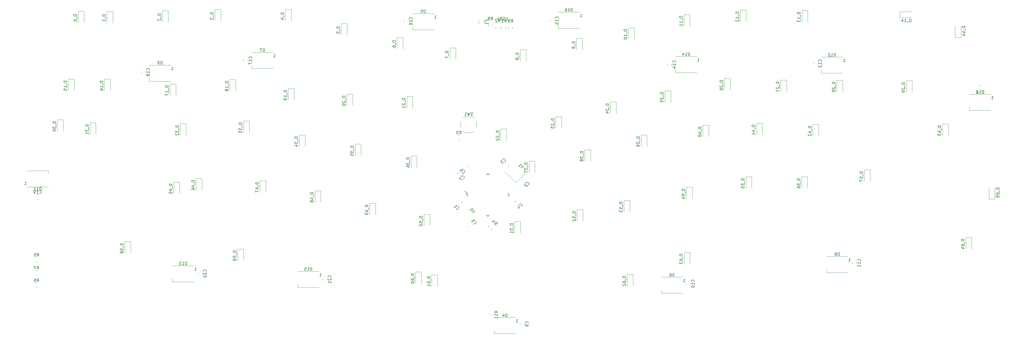
<source format=gbr>
%TF.GenerationSoftware,KiCad,Pcbnew,(5.1.6)-1*%
%TF.CreationDate,2020-07-26T11:56:32+02:00*%
%TF.ProjectId,Proyecto A,50726f79-6563-4746-9f20-412e6b696361,rev?*%
%TF.SameCoordinates,Original*%
%TF.FileFunction,Legend,Bot*%
%TF.FilePolarity,Positive*%
%FSLAX46Y46*%
G04 Gerber Fmt 4.6, Leading zero omitted, Abs format (unit mm)*
G04 Created by KiCad (PCBNEW (5.1.6)-1) date 2020-07-26 11:56:32*
%MOMM*%
%LPD*%
G01*
G04 APERTURE LIST*
%ADD10C,0.120000*%
%ADD11C,0.150000*%
G04 APERTURE END LIST*
D10*
%TO.C,Y1*%
X235696740Y-53550402D02*
X231878363Y-49732025D01*
X238878721Y-50368421D02*
X235696740Y-53550402D01*
%TO.C,C21*%
X169876400Y-86826751D02*
X169876400Y-86304247D01*
X171296400Y-86826751D02*
X171296400Y-86304247D01*
%TO.C,C20*%
X127331400Y-84843252D02*
X127331400Y-84320748D01*
X128751400Y-84843252D02*
X128751400Y-84320748D01*
%TO.C,C19*%
X72803652Y-59130000D02*
X72281148Y-59130000D01*
X72803652Y-57710000D02*
X72281148Y-57710000D01*
%TO.C,C18*%
X107900400Y-16009252D02*
X107900400Y-15486748D01*
X109320400Y-16009252D02*
X109320400Y-15486748D01*
%TO.C,C17*%
X142825400Y-12023751D02*
X142825400Y-11501247D01*
X144245400Y-12023751D02*
X144245400Y-11501247D01*
%TO.C,C16*%
X197562400Y1389748D02*
X197562400Y1912252D01*
X198982400Y1389748D02*
X198982400Y1912252D01*
%TO.C,C15*%
X247473400Y1595247D02*
X247473400Y2117751D01*
X248893400Y1595247D02*
X248893400Y2117751D01*
%TO.C,C14*%
X287478400Y-13420751D02*
X287478400Y-12898247D01*
X288898400Y-13420751D02*
X288898400Y-12898247D01*
%TO.C,C13*%
X337262400Y-13088252D02*
X337262400Y-12565748D01*
X338682400Y-13088252D02*
X338682400Y-12565748D01*
%TO.C,C12*%
X393972148Y-20245000D02*
X394494652Y-20245000D01*
X393972148Y-21665000D02*
X394494652Y-21665000D01*
%TO.C,C11*%
X350597400Y-81238751D02*
X350597400Y-80716247D01*
X352017400Y-81238751D02*
X352017400Y-80716247D01*
%TO.C,C10*%
X293828400Y-88320752D02*
X293828400Y-87798248D01*
X295248400Y-88320752D02*
X295248400Y-87798248D01*
%TO.C,C9*%
X237186400Y-102066751D02*
X237186400Y-101544247D01*
X238606400Y-102066751D02*
X238606400Y-101544247D01*
%TO.C,C7*%
X215640621Y-50469687D02*
X216010087Y-50100221D01*
X216644713Y-51473779D02*
X217014179Y-51104313D01*
%TO.C,C6*%
X219014713Y-47760221D02*
X219384179Y-48129687D01*
X218010621Y-48764313D02*
X218380087Y-49133779D01*
%TO.C,C5*%
X219980087Y-68793779D02*
X219610621Y-68424313D01*
X220984179Y-67789687D02*
X220614713Y-67420221D01*
%TO.C,C4*%
X235315621Y-60069687D02*
X235685087Y-59700221D01*
X236319713Y-61073779D02*
X236689179Y-60704313D01*
%TO.C,C3*%
X233321266Y-47607226D02*
X232951800Y-47976692D01*
X232317174Y-46603134D02*
X231947708Y-46972600D01*
%TO.C,C2*%
X237690621Y-52659687D02*
X238060087Y-52290221D01*
X238694713Y-53663779D02*
X239064179Y-53294313D01*
%TO.C,C1*%
X217027626Y-60143134D02*
X217397092Y-60512600D01*
X216023534Y-61147226D02*
X216393000Y-61516692D01*
%TO.C,R11*%
X226717400Y-98958252D02*
X226717400Y-98435748D01*
X228137400Y-98958252D02*
X228137400Y-98435748D01*
%TO.C,R8*%
X227862400Y-158078D02*
X227862400Y359078D01*
X226442400Y-158078D02*
X226442400Y359078D01*
%TO.C,R2*%
X230312400Y-920578D02*
X230312400Y-403422D01*
X228892400Y-920578D02*
X228892400Y-403422D01*
%TO.C,R1*%
X232287400Y-908078D02*
X232287400Y-390922D01*
X230867400Y-908078D02*
X230867400Y-390922D01*
%TO.C,D_63*%
X293177400Y-77317000D02*
X293177400Y-81217000D01*
X295177400Y-77317000D02*
X295177400Y-81217000D01*
X293177400Y-77317000D02*
X295177400Y-77317000D01*
%TO.C,R6*%
X72393478Y-89297000D02*
X71876322Y-89297000D01*
X72393478Y-87877000D02*
X71876322Y-87877000D01*
%TO.C,D_40*%
X299557528Y-33920961D02*
X299557528Y-37820961D01*
X301557528Y-33920961D02*
X301557528Y-37820961D01*
X299557528Y-33920961D02*
X301557528Y-33920961D01*
%TO.C,D_44*%
X387670000Y-3950000D02*
X385670000Y-3950000D01*
X385670000Y-3950000D02*
X385670000Y-50000D01*
X387670000Y-3950000D02*
X387670000Y-50000D01*
D11*
%TO.C,U1*%
X219295791Y-57323094D02*
X218394230Y-56421532D01*
X226207760Y-65048235D02*
X225730463Y-64570938D01*
X233526315Y-57729680D02*
X233049018Y-57252383D01*
X226207760Y-50411125D02*
X226685057Y-50888422D01*
X218889205Y-57729680D02*
X219366502Y-58206977D01*
X226207760Y-50411125D02*
X225730463Y-50888422D01*
X233526315Y-57729680D02*
X233049018Y-58206977D01*
X226207760Y-65048235D02*
X226685057Y-64570938D01*
X218889205Y-57729680D02*
X219295791Y-57323094D01*
D10*
%TO.C,SW1*%
X218200000Y-36420000D02*
X217710000Y-35930000D01*
X221100000Y-36420000D02*
X218200000Y-36420000D01*
X221100000Y-36420000D02*
X221590000Y-35930000D01*
X221100000Y-30980000D02*
X218200000Y-30980000D01*
X221100000Y-30980000D02*
X221590000Y-31470000D01*
X216930000Y-34740000D02*
X216930000Y-32660000D01*
X218200000Y-30980000D02*
X217710000Y-31470000D01*
X222370000Y-34740000D02*
X222370000Y-32660000D01*
%TO.C,R9*%
X234637400Y-920578D02*
X234637400Y-403422D01*
X233217400Y-920578D02*
X233217400Y-403422D01*
%TO.C,R7*%
X72373478Y-85027000D02*
X71856322Y-85027000D01*
X72373478Y-83607000D02*
X71856322Y-83607000D01*
%TO.C,R5*%
X72393478Y-80597000D02*
X71876322Y-80597000D01*
X72393478Y-79177000D02*
X71876322Y-79177000D01*
%TO.C,R4*%
X226242512Y-68667796D02*
X226608196Y-68302112D01*
X227246604Y-69671888D02*
X227612288Y-69306204D01*
%TO.C,R3*%
X216623479Y-38797000D02*
X216106323Y-38797000D01*
X216623479Y-37377000D02*
X216106323Y-37377000D01*
%TO.C,F1*%
X223140000Y697936D02*
X223140000Y1902064D01*
X224960000Y697936D02*
X224960000Y1902064D01*
%TO.C,D_65*%
X399250000Y-59150000D02*
X399250000Y-55250000D01*
X397250000Y-59150000D02*
X397250000Y-55250000D01*
X399250000Y-59150000D02*
X397250000Y-59150000D01*
%TO.C,D_64*%
X389350000Y-72250000D02*
X389350000Y-76150000D01*
X391350000Y-72250000D02*
X391350000Y-76150000D01*
X389350000Y-72250000D02*
X391350000Y-72250000D01*
%TO.C,D_62*%
X273768750Y-84868750D02*
X273768750Y-88768750D01*
X275768750Y-84868750D02*
X275768750Y-88768750D01*
X273768750Y-84868750D02*
X275768750Y-84868750D01*
%TO.C,D_61*%
X207050000Y-85000000D02*
X207050000Y-88900000D01*
X209050000Y-85000000D02*
X209050000Y-88900000D01*
X207050000Y-85000000D02*
X209050000Y-85000000D01*
%TO.C,D_60*%
X201550000Y-84000000D02*
X201550000Y-87900000D01*
X203550000Y-84000000D02*
X203550000Y-87900000D01*
X201550000Y-84000000D02*
X203550000Y-84000000D01*
%TO.C,D_59*%
X140807400Y-76197000D02*
X140807400Y-80097000D01*
X142807400Y-76197000D02*
X142807400Y-80097000D01*
X140807400Y-76197000D02*
X142807400Y-76197000D01*
%TO.C,D_58*%
X102318750Y-73693750D02*
X102318750Y-77593750D01*
X104318750Y-73693750D02*
X104318750Y-77593750D01*
X102318750Y-73693750D02*
X104318750Y-73693750D01*
%TO.C,D_57*%
X354731250Y-49150000D02*
X354731250Y-53050000D01*
X356731250Y-49150000D02*
X356731250Y-53050000D01*
X354731250Y-49150000D02*
X356731250Y-49150000D01*
%TO.C,D_56*%
X333300000Y-51531250D02*
X333300000Y-55431250D01*
X335300000Y-51531250D02*
X335300000Y-55431250D01*
X333300000Y-51531250D02*
X335300000Y-51531250D01*
%TO.C,D_55*%
X314250000Y-51531250D02*
X314250000Y-55431250D01*
X316250000Y-51531250D02*
X316250000Y-55431250D01*
X314250000Y-51531250D02*
X316250000Y-51531250D01*
%TO.C,D_54*%
X293980000Y-55100000D02*
X293980000Y-59000000D01*
X295980000Y-55100000D02*
X295980000Y-59000000D01*
X293980000Y-55100000D02*
X295980000Y-55100000D01*
%TO.C,D_53*%
X272650000Y-59600000D02*
X272650000Y-63500000D01*
X274650000Y-59600000D02*
X274650000Y-63500000D01*
X272650000Y-59600000D02*
X274650000Y-59600000D01*
%TO.C,D_52*%
X256650000Y-62740000D02*
X256650000Y-66640000D01*
X258650000Y-62740000D02*
X258650000Y-66640000D01*
X256650000Y-62740000D02*
X258650000Y-62740000D01*
%TO.C,D_51*%
X235300000Y-66850000D02*
X235300000Y-70750000D01*
X237300000Y-66850000D02*
X237300000Y-70750000D01*
X235300000Y-66850000D02*
X237300000Y-66850000D01*
%TO.C,D_50*%
X204400000Y-64400000D02*
X204400000Y-68300000D01*
X206400000Y-64400000D02*
X206400000Y-68300000D01*
X204400000Y-64400000D02*
X206400000Y-64400000D01*
%TO.C,D_49*%
X185850000Y-60550000D02*
X185850000Y-64450000D01*
X187850000Y-60550000D02*
X187850000Y-64450000D01*
X185850000Y-60550000D02*
X187850000Y-60550000D01*
%TO.C,D_48*%
X167200000Y-56300000D02*
X167200000Y-60200000D01*
X169200000Y-56300000D02*
X169200000Y-60200000D01*
X167200000Y-56300000D02*
X169200000Y-56300000D01*
%TO.C,D_47*%
X148450000Y-52850000D02*
X148450000Y-56750000D01*
X150450000Y-52850000D02*
X150450000Y-56750000D01*
X148450000Y-52850000D02*
X150450000Y-52850000D01*
%TO.C,D_46*%
X126620000Y-52140000D02*
X126620000Y-56040000D01*
X128620000Y-52140000D02*
X128620000Y-56040000D01*
X126620000Y-52140000D02*
X128620000Y-52140000D01*
%TO.C,D_45*%
X118987500Y-53350000D02*
X118987500Y-57250000D01*
X120987500Y-53350000D02*
X120987500Y-57250000D01*
X118987500Y-53350000D02*
X120987500Y-53350000D01*
%TO.C,D_43*%
X381350000Y-33500000D02*
X381350000Y-37400000D01*
X383350000Y-33500000D02*
X383350000Y-37400000D01*
X381350000Y-33500000D02*
X383350000Y-33500000D01*
%TO.C,D_42*%
X337100000Y-33630000D02*
X337100000Y-37530000D01*
X339100000Y-33630000D02*
X339100000Y-37530000D01*
X337100000Y-33630000D02*
X339100000Y-33630000D01*
%TO.C,D_41*%
X317900000Y-33250000D02*
X317900000Y-37150000D01*
X319900000Y-33250000D02*
X319900000Y-37150000D01*
X317900000Y-33250000D02*
X319900000Y-33250000D01*
%TO.C,D_39*%
X278531250Y-37243750D02*
X278531250Y-41143750D01*
X280531250Y-37243750D02*
X280531250Y-41143750D01*
X278531250Y-37243750D02*
X280531250Y-37243750D01*
%TO.C,D_38*%
X259270000Y-42240000D02*
X259270000Y-46140000D01*
X261270000Y-42240000D02*
X261270000Y-46140000D01*
X259270000Y-42240000D02*
X261270000Y-42240000D01*
%TO.C,D_37*%
X240250000Y-46150000D02*
X240250000Y-50050000D01*
X242250000Y-46150000D02*
X242250000Y-50050000D01*
X240250000Y-46150000D02*
X242250000Y-46150000D01*
%TO.C,D_36*%
X199950000Y-44387500D02*
X199950000Y-48287500D01*
X201950000Y-44387500D02*
X201950000Y-48287500D01*
X199950000Y-44387500D02*
X201950000Y-44387500D01*
%TO.C,D_35*%
X180900000Y-40356250D02*
X180900000Y-44256250D01*
X182900000Y-40356250D02*
X182900000Y-44256250D01*
X180900000Y-40356250D02*
X182900000Y-40356250D01*
%TO.C,D_34*%
X161850000Y-37243750D02*
X161850000Y-41143750D01*
X163850000Y-37243750D02*
X163850000Y-41143750D01*
X161850000Y-37243750D02*
X163850000Y-37243750D01*
%TO.C,D_33*%
X142800000Y-32481250D02*
X142800000Y-36381250D01*
X144800000Y-32481250D02*
X144800000Y-36381250D01*
X142800000Y-32481250D02*
X144800000Y-32481250D01*
%TO.C,D_32*%
X121170000Y-33410000D02*
X121170000Y-37310000D01*
X123170000Y-33410000D02*
X123170000Y-37310000D01*
X121170000Y-33410000D02*
X123170000Y-33410000D01*
%TO.C,D_31*%
X90410000Y-33050000D02*
X90410000Y-36950000D01*
X92410000Y-33050000D02*
X92410000Y-36950000D01*
X90410000Y-33050000D02*
X92410000Y-33050000D01*
%TO.C,D_30*%
X79250000Y-32050000D02*
X79250000Y-35950000D01*
X81250000Y-32050000D02*
X81250000Y-35950000D01*
X79250000Y-32050000D02*
X81250000Y-32050000D01*
%TO.C,D_29*%
X369049999Y-18743750D02*
X369049999Y-22643750D01*
X371049999Y-18743750D02*
X371049999Y-22643750D01*
X369049999Y-18743750D02*
X371049999Y-18743750D01*
%TO.C,D_28*%
X345289074Y-18570545D02*
X345289074Y-22470545D01*
X347289074Y-18570545D02*
X347289074Y-22470545D01*
X345289074Y-18570545D02*
X347289074Y-18570545D01*
%TO.C,D_27*%
X326175000Y-18475000D02*
X326175000Y-22375000D01*
X328175000Y-18475000D02*
X328175000Y-22375000D01*
X326175000Y-18475000D02*
X328175000Y-18475000D01*
%TO.C,D_26*%
X306930000Y-18015001D02*
X306930000Y-21915001D01*
X308930000Y-18015001D02*
X308930000Y-21915001D01*
X306930000Y-18015001D02*
X308930000Y-18015001D01*
%TO.C,D_25*%
X286625000Y-22100000D02*
X286625000Y-26000000D01*
X288625000Y-22100000D02*
X288625000Y-26000000D01*
X286625000Y-22100000D02*
X288625000Y-22100000D01*
%TO.C,D_24*%
X268000000Y-25950000D02*
X268000000Y-29850000D01*
X270000000Y-25950000D02*
X270000000Y-29850000D01*
X268000000Y-25950000D02*
X270000000Y-25950000D01*
%TO.C,D_23*%
X249350000Y-31025000D02*
X249350000Y-34925000D01*
X251350000Y-31025000D02*
X251350000Y-34925000D01*
X249350000Y-31025000D02*
X251350000Y-31025000D01*
%TO.C,D_22*%
X230575000Y-35175000D02*
X230575000Y-39075000D01*
X232575000Y-35175000D02*
X232575000Y-39075000D01*
X230575000Y-35175000D02*
X232575000Y-35175000D01*
%TO.C,D_21*%
X198520000Y-24110000D02*
X198520000Y-28010000D01*
X200520000Y-24110000D02*
X200520000Y-28010000D01*
X198520000Y-24110000D02*
X200520000Y-24110000D01*
%TO.C,D_20*%
X178100000Y-23350000D02*
X178100000Y-27250000D01*
X180100000Y-23350000D02*
X180100000Y-27250000D01*
X178100000Y-23350000D02*
X180100000Y-23350000D01*
%TO.C,D_19*%
X158075000Y-21375000D02*
X158075000Y-25275000D01*
X160075000Y-21375000D02*
X160075000Y-25275000D01*
X158075000Y-21375000D02*
X160075000Y-21375000D01*
%TO.C,D_18*%
X138127400Y-18287000D02*
X138127400Y-22187000D01*
X140127400Y-18287000D02*
X140127400Y-22187000D01*
X138127400Y-18287000D02*
X140127400Y-18287000D01*
%TO.C,D_17*%
X117700000Y-19800000D02*
X117700000Y-23700000D01*
X119700000Y-19800000D02*
X119700000Y-23700000D01*
X117700000Y-19800000D02*
X119700000Y-19800000D01*
%TO.C,D_16*%
X95375000Y-18150000D02*
X95375000Y-22050000D01*
X97375000Y-18150000D02*
X97375000Y-22050000D01*
X95375000Y-18150000D02*
X97375000Y-18150000D01*
%TO.C,D_15*%
X83000000Y-18150000D02*
X83000000Y-22050000D01*
X85000000Y-18150000D02*
X85000000Y-22050000D01*
X83000000Y-18150000D02*
X85000000Y-18150000D01*
%TO.C,D_14*%
X366800000Y2900000D02*
X370700000Y2900000D01*
X366800000Y4900000D02*
X370700000Y4900000D01*
X366800000Y2900000D02*
X366800000Y4900000D01*
%TO.C,D_13*%
X333400000Y5300000D02*
X333400000Y1400000D01*
X335400000Y5300000D02*
X335400000Y1400000D01*
X333400000Y5300000D02*
X335400000Y5300000D01*
%TO.C,D_12*%
X312350000Y5450000D02*
X312350000Y1550000D01*
X314350000Y5450000D02*
X314350000Y1550000D01*
X312350000Y5450000D02*
X314350000Y5450000D01*
%TO.C,D_11*%
X293150000Y3900000D02*
X293150000Y0D01*
X295150000Y3900000D02*
X295150000Y0D01*
X293150000Y3900000D02*
X295150000Y3900000D01*
%TO.C,D_10*%
X274200000Y-600000D02*
X274200000Y-4500000D01*
X276200000Y-600000D02*
X276200000Y-4500000D01*
X274200000Y-600000D02*
X276200000Y-600000D01*
%TO.C,D_9*%
X256500000Y-4250000D02*
X256500000Y-8150000D01*
X258500000Y-4250000D02*
X258500000Y-8150000D01*
X256500000Y-4250000D02*
X258500000Y-4250000D01*
%TO.C,D_8*%
X237250000Y-8100000D02*
X237250000Y-12000000D01*
X239250000Y-8100000D02*
X239250000Y-12000000D01*
X237250000Y-8100000D02*
X239250000Y-8100000D01*
%TO.C,D_7*%
X213240000Y-7510000D02*
X213240000Y-11410000D01*
X215240000Y-7510000D02*
X215240000Y-11410000D01*
X213240000Y-7510000D02*
X215240000Y-7510000D01*
%TO.C,D_6*%
X195187500Y-3906250D02*
X195187500Y-7806250D01*
X197187500Y-3906250D02*
X197187500Y-7806250D01*
X195187500Y-3906250D02*
X197187500Y-3906250D01*
%TO.C,D_5*%
X176137500Y856250D02*
X176137500Y-3043750D01*
X178137500Y856250D02*
X178137500Y-3043750D01*
X176137500Y856250D02*
X178137500Y856250D01*
%TO.C,D_4*%
X157087500Y5618750D02*
X157087500Y1718750D01*
X159087500Y5618750D02*
X159087500Y1718750D01*
X157087500Y5618750D02*
X159087500Y5618750D01*
%TO.C,D_3*%
X133050000Y5650000D02*
X133050000Y1750000D01*
X135050000Y5650000D02*
X135050000Y1750000D01*
X133050000Y5650000D02*
X135050000Y5650000D01*
%TO.C,D_2*%
X115100000Y5250000D02*
X115100000Y1350000D01*
X117100000Y5250000D02*
X117100000Y1350000D01*
X115100000Y5250000D02*
X117100000Y5250000D01*
%TO.C,D_1*%
X96200000Y5000000D02*
X96200000Y1100000D01*
X98200000Y5000000D02*
X98200000Y1100000D01*
X96200000Y5000000D02*
X98200000Y5000000D01*
%TO.C,D_0*%
X86400000Y5050000D02*
X86400000Y1150000D01*
X88400000Y5050000D02*
X88400000Y1150000D01*
X86400000Y5050000D02*
X88400000Y5050000D01*
%TO.C,D16*%
X250177400Y-787000D02*
X250177400Y363000D01*
X257477400Y-787000D02*
X250177400Y-787000D01*
X257477400Y4713000D02*
X250177400Y4713000D01*
%TO.C,D15*%
X161277400Y-89337000D02*
X161277400Y-88187000D01*
X168577400Y-89337000D02*
X161277400Y-89337000D01*
X168577400Y-83837000D02*
X161277400Y-83837000D01*
%TO.C,D14*%
X290227400Y-15937000D02*
X290227400Y-14787000D01*
X297527400Y-15937000D02*
X290227400Y-15937000D01*
X297527400Y-10437000D02*
X290227400Y-10437000D01*
%TO.C,D13*%
X118577400Y-87437000D02*
X118577400Y-86287000D01*
X125877400Y-87437000D02*
X118577400Y-87437000D01*
X125877400Y-81937000D02*
X118577400Y-81937000D01*
%TO.C,D12*%
X340027400Y-16137000D02*
X340027400Y-14987000D01*
X347327400Y-16137000D02*
X340027400Y-16137000D01*
X347327400Y-10637000D02*
X340027400Y-10637000D01*
%TO.C,D11*%
X76177400Y-49437000D02*
X76177400Y-50587000D01*
X68877400Y-49437000D02*
X76177400Y-49437000D01*
X68877400Y-54937000D02*
X76177400Y-54937000D01*
%TO.C,D10*%
X390577400Y-28837000D02*
X390577400Y-27687000D01*
X397877400Y-28837000D02*
X390577400Y-28837000D01*
X397877400Y-23337000D02*
X390577400Y-23337000D01*
%TO.C,D9*%
X110677400Y-18887000D02*
X110677400Y-17737000D01*
X117977400Y-18887000D02*
X110677400Y-18887000D01*
X117977400Y-13387000D02*
X110677400Y-13387000D01*
%TO.C,D8*%
X341827400Y-84237000D02*
X341827400Y-83087000D01*
X349127400Y-84237000D02*
X341827400Y-84237000D01*
X349127400Y-78737000D02*
X341827400Y-78737000D01*
%TO.C,D7*%
X145577400Y-14537000D02*
X145577400Y-13387000D01*
X152877400Y-14537000D02*
X145577400Y-14537000D01*
X152877400Y-9037000D02*
X145577400Y-9037000D01*
%TO.C,D6*%
X285377400Y-91337000D02*
X285377400Y-90187000D01*
X292677400Y-91337000D02*
X285377400Y-91337000D01*
X292677400Y-85837000D02*
X285377400Y-85837000D01*
%TO.C,D5*%
X200477400Y-1287000D02*
X200477400Y-137000D01*
X207777400Y-1287000D02*
X200477400Y-1287000D01*
X207777400Y4213000D02*
X200477400Y4213000D01*
%TO.C,D4*%
X228377400Y-105137000D02*
X228377400Y-103987000D01*
X235677400Y-105137000D02*
X228377400Y-105137000D01*
X235677400Y-99637000D02*
X228377400Y-99637000D01*
%TO.C,USB1*%
D11*
X232940495Y2995619D02*
X232940495Y2186095D01*
X232892876Y2090857D01*
X232845257Y2043238D01*
X232750019Y1995619D01*
X232559542Y1995619D01*
X232464304Y2043238D01*
X232416685Y2090857D01*
X232369066Y2186095D01*
X232369066Y2995619D01*
X231940495Y2043238D02*
X231797638Y1995619D01*
X231559542Y1995619D01*
X231464304Y2043238D01*
X231416685Y2090857D01*
X231369066Y2186095D01*
X231369066Y2281333D01*
X231416685Y2376571D01*
X231464304Y2424190D01*
X231559542Y2471809D01*
X231750019Y2519428D01*
X231845257Y2567047D01*
X231892876Y2614666D01*
X231940495Y2709904D01*
X231940495Y2805142D01*
X231892876Y2900380D01*
X231845257Y2948000D01*
X231750019Y2995619D01*
X231511923Y2995619D01*
X231369066Y2948000D01*
X230607161Y2519428D02*
X230464304Y2471809D01*
X230416685Y2424190D01*
X230369066Y2328952D01*
X230369066Y2186095D01*
X230416685Y2090857D01*
X230464304Y2043238D01*
X230559542Y1995619D01*
X230940495Y1995619D01*
X230940495Y2995619D01*
X230607161Y2995619D01*
X230511923Y2948000D01*
X230464304Y2900380D01*
X230416685Y2805142D01*
X230416685Y2709904D01*
X230464304Y2614666D01*
X230511923Y2567047D01*
X230607161Y2519428D01*
X230940495Y2519428D01*
X229416685Y1995619D02*
X229988114Y1995619D01*
X229702400Y1995619D02*
X229702400Y2995619D01*
X229797638Y2852761D01*
X229892876Y2757523D01*
X229988114Y2709904D01*
%TO.C,Y1*%
X237888771Y-48213428D02*
X237552053Y-48550146D01*
X238494862Y-48078741D02*
X237888771Y-48213428D01*
X238023458Y-47607337D01*
X236710260Y-47708352D02*
X237114321Y-48112413D01*
X236912290Y-47910382D02*
X237619397Y-47203276D01*
X237585725Y-47371634D01*
X237585725Y-47506321D01*
X237619397Y-47607337D01*
%TO.C,C21*%
X172593542Y-85922641D02*
X172641161Y-85875022D01*
X172688780Y-85732165D01*
X172688780Y-85636927D01*
X172641161Y-85494070D01*
X172545923Y-85398832D01*
X172450685Y-85351213D01*
X172260209Y-85303594D01*
X172117352Y-85303594D01*
X171926876Y-85351213D01*
X171831638Y-85398832D01*
X171736400Y-85494070D01*
X171688780Y-85636927D01*
X171688780Y-85732165D01*
X171736400Y-85875022D01*
X171784019Y-85922641D01*
X171784019Y-86303594D02*
X171736400Y-86351213D01*
X171688780Y-86446451D01*
X171688780Y-86684546D01*
X171736400Y-86779784D01*
X171784019Y-86827403D01*
X171879257Y-86875022D01*
X171974495Y-86875022D01*
X172117352Y-86827403D01*
X172688780Y-86255975D01*
X172688780Y-86875022D01*
X172688780Y-87827403D02*
X172688780Y-87255975D01*
X172688780Y-87541689D02*
X171688780Y-87541689D01*
X171831638Y-87446451D01*
X171926876Y-87351213D01*
X171974495Y-87255975D01*
%TO.C,C20*%
X130048542Y-83939142D02*
X130096161Y-83891523D01*
X130143780Y-83748666D01*
X130143780Y-83653428D01*
X130096161Y-83510571D01*
X130000923Y-83415333D01*
X129905685Y-83367714D01*
X129715209Y-83320095D01*
X129572352Y-83320095D01*
X129381876Y-83367714D01*
X129286638Y-83415333D01*
X129191400Y-83510571D01*
X129143780Y-83653428D01*
X129143780Y-83748666D01*
X129191400Y-83891523D01*
X129239019Y-83939142D01*
X129239019Y-84320095D02*
X129191400Y-84367714D01*
X129143780Y-84462952D01*
X129143780Y-84701047D01*
X129191400Y-84796285D01*
X129239019Y-84843904D01*
X129334257Y-84891523D01*
X129429495Y-84891523D01*
X129572352Y-84843904D01*
X130143780Y-84272476D01*
X130143780Y-84891523D01*
X129143780Y-85510571D02*
X129143780Y-85605809D01*
X129191400Y-85701047D01*
X129239019Y-85748666D01*
X129334257Y-85796285D01*
X129524733Y-85843904D01*
X129762828Y-85843904D01*
X129953304Y-85796285D01*
X130048542Y-85748666D01*
X130096161Y-85701047D01*
X130143780Y-85605809D01*
X130143780Y-85510571D01*
X130096161Y-85415333D01*
X130048542Y-85367714D01*
X129953304Y-85320095D01*
X129762828Y-85272476D01*
X129524733Y-85272476D01*
X129334257Y-85320095D01*
X129239019Y-85367714D01*
X129191400Y-85415333D01*
X129143780Y-85510571D01*
%TO.C,C19*%
X73185257Y-57127142D02*
X73232876Y-57174761D01*
X73375733Y-57222380D01*
X73470971Y-57222380D01*
X73613828Y-57174761D01*
X73709066Y-57079523D01*
X73756685Y-56984285D01*
X73804304Y-56793809D01*
X73804304Y-56650952D01*
X73756685Y-56460476D01*
X73709066Y-56365238D01*
X73613828Y-56270000D01*
X73470971Y-56222380D01*
X73375733Y-56222380D01*
X73232876Y-56270000D01*
X73185257Y-56317619D01*
X72232876Y-57222380D02*
X72804304Y-57222380D01*
X72518590Y-57222380D02*
X72518590Y-56222380D01*
X72613828Y-56365238D01*
X72709066Y-56460476D01*
X72804304Y-56508095D01*
X71756685Y-57222380D02*
X71566209Y-57222380D01*
X71470971Y-57174761D01*
X71423352Y-57127142D01*
X71328114Y-56984285D01*
X71280495Y-56793809D01*
X71280495Y-56412857D01*
X71328114Y-56317619D01*
X71375733Y-56270000D01*
X71470971Y-56222380D01*
X71661447Y-56222380D01*
X71756685Y-56270000D01*
X71804304Y-56317619D01*
X71851923Y-56412857D01*
X71851923Y-56650952D01*
X71804304Y-56746190D01*
X71756685Y-56793809D01*
X71661447Y-56841428D01*
X71470971Y-56841428D01*
X71375733Y-56793809D01*
X71328114Y-56746190D01*
X71280495Y-56650952D01*
%TO.C,C18*%
X110617542Y-15105142D02*
X110665161Y-15057523D01*
X110712780Y-14914666D01*
X110712780Y-14819428D01*
X110665161Y-14676571D01*
X110569923Y-14581333D01*
X110474685Y-14533714D01*
X110284209Y-14486095D01*
X110141352Y-14486095D01*
X109950876Y-14533714D01*
X109855638Y-14581333D01*
X109760400Y-14676571D01*
X109712780Y-14819428D01*
X109712780Y-14914666D01*
X109760400Y-15057523D01*
X109808019Y-15105142D01*
X110712780Y-16057523D02*
X110712780Y-15486095D01*
X110712780Y-15771809D02*
X109712780Y-15771809D01*
X109855638Y-15676571D01*
X109950876Y-15581333D01*
X109998495Y-15486095D01*
X110141352Y-16628952D02*
X110093733Y-16533714D01*
X110046114Y-16486095D01*
X109950876Y-16438476D01*
X109903257Y-16438476D01*
X109808019Y-16486095D01*
X109760400Y-16533714D01*
X109712780Y-16628952D01*
X109712780Y-16819428D01*
X109760400Y-16914666D01*
X109808019Y-16962285D01*
X109903257Y-17009904D01*
X109950876Y-17009904D01*
X110046114Y-16962285D01*
X110093733Y-16914666D01*
X110141352Y-16819428D01*
X110141352Y-16628952D01*
X110188971Y-16533714D01*
X110236590Y-16486095D01*
X110331828Y-16438476D01*
X110522304Y-16438476D01*
X110617542Y-16486095D01*
X110665161Y-16533714D01*
X110712780Y-16628952D01*
X110712780Y-16819428D01*
X110665161Y-16914666D01*
X110617542Y-16962285D01*
X110522304Y-17009904D01*
X110331828Y-17009904D01*
X110236590Y-16962285D01*
X110188971Y-16914666D01*
X110141352Y-16819428D01*
%TO.C,C17*%
X145542542Y-11119641D02*
X145590161Y-11072022D01*
X145637780Y-10929165D01*
X145637780Y-10833927D01*
X145590161Y-10691070D01*
X145494923Y-10595832D01*
X145399685Y-10548213D01*
X145209209Y-10500594D01*
X145066352Y-10500594D01*
X144875876Y-10548213D01*
X144780638Y-10595832D01*
X144685400Y-10691070D01*
X144637780Y-10833927D01*
X144637780Y-10929165D01*
X144685400Y-11072022D01*
X144733019Y-11119641D01*
X145637780Y-12072022D02*
X145637780Y-11500594D01*
X145637780Y-11786308D02*
X144637780Y-11786308D01*
X144780638Y-11691070D01*
X144875876Y-11595832D01*
X144923495Y-11500594D01*
X144637780Y-12405356D02*
X144637780Y-13072022D01*
X145637780Y-12643451D01*
%TO.C,C16*%
X200279542Y2293857D02*
X200327161Y2341476D01*
X200374780Y2484333D01*
X200374780Y2579571D01*
X200327161Y2722428D01*
X200231923Y2817666D01*
X200136685Y2865285D01*
X199946209Y2912904D01*
X199803352Y2912904D01*
X199612876Y2865285D01*
X199517638Y2817666D01*
X199422400Y2722428D01*
X199374780Y2579571D01*
X199374780Y2484333D01*
X199422400Y2341476D01*
X199470019Y2293857D01*
X200374780Y1341476D02*
X200374780Y1912904D01*
X200374780Y1627190D02*
X199374780Y1627190D01*
X199517638Y1722428D01*
X199612876Y1817666D01*
X199660495Y1912904D01*
X199374780Y484333D02*
X199374780Y674809D01*
X199422400Y770047D01*
X199470019Y817666D01*
X199612876Y912904D01*
X199803352Y960523D01*
X200184304Y960523D01*
X200279542Y912904D01*
X200327161Y865285D01*
X200374780Y770047D01*
X200374780Y579571D01*
X200327161Y484333D01*
X200279542Y436714D01*
X200184304Y389095D01*
X199946209Y389095D01*
X199850971Y436714D01*
X199803352Y484333D01*
X199755733Y579571D01*
X199755733Y770047D01*
X199803352Y865285D01*
X199850971Y912904D01*
X199946209Y960523D01*
%TO.C,C15*%
X250190542Y2499356D02*
X250238161Y2546975D01*
X250285780Y2689832D01*
X250285780Y2785070D01*
X250238161Y2927927D01*
X250142923Y3023165D01*
X250047685Y3070784D01*
X249857209Y3118403D01*
X249714352Y3118403D01*
X249523876Y3070784D01*
X249428638Y3023165D01*
X249333400Y2927927D01*
X249285780Y2785070D01*
X249285780Y2689832D01*
X249333400Y2546975D01*
X249381019Y2499356D01*
X250285780Y1546975D02*
X250285780Y2118403D01*
X250285780Y1832689D02*
X249285780Y1832689D01*
X249428638Y1927927D01*
X249523876Y2023165D01*
X249571495Y2118403D01*
X249285780Y642213D02*
X249285780Y1118403D01*
X249761971Y1166022D01*
X249714352Y1118403D01*
X249666733Y1023165D01*
X249666733Y785070D01*
X249714352Y689832D01*
X249761971Y642213D01*
X249857209Y594594D01*
X250095304Y594594D01*
X250190542Y642213D01*
X250238161Y689832D01*
X250285780Y785070D01*
X250285780Y1023165D01*
X250238161Y1118403D01*
X250190542Y1166022D01*
%TO.C,C14*%
X290195542Y-12516641D02*
X290243161Y-12469022D01*
X290290780Y-12326165D01*
X290290780Y-12230927D01*
X290243161Y-12088070D01*
X290147923Y-11992832D01*
X290052685Y-11945213D01*
X289862209Y-11897594D01*
X289719352Y-11897594D01*
X289528876Y-11945213D01*
X289433638Y-11992832D01*
X289338400Y-12088070D01*
X289290780Y-12230927D01*
X289290780Y-12326165D01*
X289338400Y-12469022D01*
X289386019Y-12516641D01*
X290290780Y-13469022D02*
X290290780Y-12897594D01*
X290290780Y-13183308D02*
X289290780Y-13183308D01*
X289433638Y-13088070D01*
X289528876Y-12992832D01*
X289576495Y-12897594D01*
X289624114Y-14326165D02*
X290290780Y-14326165D01*
X289243161Y-14088070D02*
X289957447Y-13849975D01*
X289957447Y-14469022D01*
%TO.C,C13*%
X339979542Y-12184142D02*
X340027161Y-12136523D01*
X340074780Y-11993666D01*
X340074780Y-11898428D01*
X340027161Y-11755571D01*
X339931923Y-11660333D01*
X339836685Y-11612714D01*
X339646209Y-11565095D01*
X339503352Y-11565095D01*
X339312876Y-11612714D01*
X339217638Y-11660333D01*
X339122400Y-11755571D01*
X339074780Y-11898428D01*
X339074780Y-11993666D01*
X339122400Y-12136523D01*
X339170019Y-12184142D01*
X340074780Y-13136523D02*
X340074780Y-12565095D01*
X340074780Y-12850809D02*
X339074780Y-12850809D01*
X339217638Y-12755571D01*
X339312876Y-12660333D01*
X339360495Y-12565095D01*
X339074780Y-13469857D02*
X339074780Y-14088904D01*
X339455733Y-13755571D01*
X339455733Y-13898428D01*
X339503352Y-13993666D01*
X339550971Y-14041285D01*
X339646209Y-14088904D01*
X339884304Y-14088904D01*
X339979542Y-14041285D01*
X340027161Y-13993666D01*
X340074780Y-13898428D01*
X340074780Y-13612714D01*
X340027161Y-13517476D01*
X339979542Y-13469857D01*
%TO.C,C12*%
X394876257Y-22962142D02*
X394923876Y-23009761D01*
X395066733Y-23057380D01*
X395161971Y-23057380D01*
X395304828Y-23009761D01*
X395400066Y-22914523D01*
X395447685Y-22819285D01*
X395495304Y-22628809D01*
X395495304Y-22485952D01*
X395447685Y-22295476D01*
X395400066Y-22200238D01*
X395304828Y-22105000D01*
X395161971Y-22057380D01*
X395066733Y-22057380D01*
X394923876Y-22105000D01*
X394876257Y-22152619D01*
X393923876Y-23057380D02*
X394495304Y-23057380D01*
X394209590Y-23057380D02*
X394209590Y-22057380D01*
X394304828Y-22200238D01*
X394400066Y-22295476D01*
X394495304Y-22343095D01*
X393542923Y-22152619D02*
X393495304Y-22105000D01*
X393400066Y-22057380D01*
X393161971Y-22057380D01*
X393066733Y-22105000D01*
X393019114Y-22152619D01*
X392971495Y-22247857D01*
X392971495Y-22343095D01*
X393019114Y-22485952D01*
X393590542Y-23057380D01*
X392971495Y-23057380D01*
%TO.C,C11*%
X353314542Y-80334641D02*
X353362161Y-80287022D01*
X353409780Y-80144165D01*
X353409780Y-80048927D01*
X353362161Y-79906070D01*
X353266923Y-79810832D01*
X353171685Y-79763213D01*
X352981209Y-79715594D01*
X352838352Y-79715594D01*
X352647876Y-79763213D01*
X352552638Y-79810832D01*
X352457400Y-79906070D01*
X352409780Y-80048927D01*
X352409780Y-80144165D01*
X352457400Y-80287022D01*
X352505019Y-80334641D01*
X353409780Y-81287022D02*
X353409780Y-80715594D01*
X353409780Y-81001308D02*
X352409780Y-81001308D01*
X352552638Y-80906070D01*
X352647876Y-80810832D01*
X352695495Y-80715594D01*
X353409780Y-82239403D02*
X353409780Y-81667975D01*
X353409780Y-81953689D02*
X352409780Y-81953689D01*
X352552638Y-81858451D01*
X352647876Y-81763213D01*
X352695495Y-81667975D01*
%TO.C,C10*%
X296545542Y-87416642D02*
X296593161Y-87369023D01*
X296640780Y-87226166D01*
X296640780Y-87130928D01*
X296593161Y-86988071D01*
X296497923Y-86892833D01*
X296402685Y-86845214D01*
X296212209Y-86797595D01*
X296069352Y-86797595D01*
X295878876Y-86845214D01*
X295783638Y-86892833D01*
X295688400Y-86988071D01*
X295640780Y-87130928D01*
X295640780Y-87226166D01*
X295688400Y-87369023D01*
X295736019Y-87416642D01*
X296640780Y-88369023D02*
X296640780Y-87797595D01*
X296640780Y-88083309D02*
X295640780Y-88083309D01*
X295783638Y-87988071D01*
X295878876Y-87892833D01*
X295926495Y-87797595D01*
X295640780Y-88988071D02*
X295640780Y-89083309D01*
X295688400Y-89178547D01*
X295736019Y-89226166D01*
X295831257Y-89273785D01*
X296021733Y-89321404D01*
X296259828Y-89321404D01*
X296450304Y-89273785D01*
X296545542Y-89226166D01*
X296593161Y-89178547D01*
X296640780Y-89083309D01*
X296640780Y-88988071D01*
X296593161Y-88892833D01*
X296545542Y-88845214D01*
X296450304Y-88797595D01*
X296259828Y-88749976D01*
X296021733Y-88749976D01*
X295831257Y-88797595D01*
X295736019Y-88845214D01*
X295688400Y-88892833D01*
X295640780Y-88988071D01*
%TO.C,C9*%
X239903542Y-101638832D02*
X239951161Y-101591213D01*
X239998780Y-101448356D01*
X239998780Y-101353118D01*
X239951161Y-101210260D01*
X239855923Y-101115022D01*
X239760685Y-101067403D01*
X239570209Y-101019784D01*
X239427352Y-101019784D01*
X239236876Y-101067403D01*
X239141638Y-101115022D01*
X239046400Y-101210260D01*
X238998780Y-101353118D01*
X238998780Y-101448356D01*
X239046400Y-101591213D01*
X239094019Y-101638832D01*
X239998780Y-102115022D02*
X239998780Y-102305499D01*
X239951161Y-102400737D01*
X239903542Y-102448356D01*
X239760685Y-102543594D01*
X239570209Y-102591213D01*
X239189257Y-102591213D01*
X239094019Y-102543594D01*
X239046400Y-102495975D01*
X238998780Y-102400737D01*
X238998780Y-102210260D01*
X239046400Y-102115022D01*
X239094019Y-102067403D01*
X239189257Y-102019784D01*
X239427352Y-102019784D01*
X239522590Y-102067403D01*
X239570209Y-102115022D01*
X239617828Y-102210260D01*
X239617828Y-102400737D01*
X239570209Y-102495975D01*
X239522590Y-102543594D01*
X239427352Y-102591213D01*
%TO.C,C7*%
X217864515Y-52088413D02*
X217931858Y-52088413D01*
X218066545Y-52021069D01*
X218133889Y-51953726D01*
X218201232Y-51819038D01*
X218201232Y-51684351D01*
X218167561Y-51583336D01*
X218066545Y-51414977D01*
X217965530Y-51313962D01*
X217797171Y-51212947D01*
X217696156Y-51179275D01*
X217561469Y-51179275D01*
X217426782Y-51246619D01*
X217359438Y-51313962D01*
X217292095Y-51448649D01*
X217292095Y-51515993D01*
X216989049Y-51684351D02*
X216517645Y-52155756D01*
X217527797Y-52559817D01*
%TO.C,C6*%
X217395986Y-49984115D02*
X217395986Y-50051458D01*
X217463330Y-50186145D01*
X217530674Y-50253489D01*
X217665361Y-50320832D01*
X217800048Y-50320832D01*
X217901063Y-50287161D01*
X218069422Y-50186145D01*
X218170437Y-50085130D01*
X218271452Y-49916771D01*
X218305124Y-49815756D01*
X218305124Y-49681069D01*
X218237780Y-49546382D01*
X218170437Y-49479038D01*
X218035750Y-49411695D01*
X217968406Y-49411695D01*
X217429658Y-48738260D02*
X217564345Y-48872947D01*
X217598017Y-48973962D01*
X217598017Y-49041306D01*
X217564345Y-49209664D01*
X217463330Y-49378023D01*
X217193956Y-49647397D01*
X217092941Y-49681069D01*
X217025597Y-49681069D01*
X216924582Y-49647397D01*
X216789895Y-49512710D01*
X216756223Y-49411695D01*
X216756223Y-49344351D01*
X216789895Y-49243336D01*
X216958254Y-49074977D01*
X217059269Y-49041306D01*
X217126612Y-49041306D01*
X217227628Y-49074977D01*
X217362315Y-49209664D01*
X217395986Y-49310680D01*
X217395986Y-49378023D01*
X217362315Y-49479038D01*
%TO.C,C5*%
X221329438Y-67310663D02*
X221329438Y-67378006D01*
X221396782Y-67512693D01*
X221464126Y-67580037D01*
X221598813Y-67647380D01*
X221733500Y-67647380D01*
X221834515Y-67613709D01*
X222002874Y-67512693D01*
X222103889Y-67411678D01*
X222204904Y-67243319D01*
X222238576Y-67142304D01*
X222238576Y-67007617D01*
X222171232Y-66872930D01*
X222103889Y-66805586D01*
X221969202Y-66738243D01*
X221901858Y-66738243D01*
X221329438Y-66031136D02*
X221666156Y-66367854D01*
X221363110Y-66738243D01*
X221363110Y-66670899D01*
X221329438Y-66569884D01*
X221161080Y-66401525D01*
X221060064Y-66367854D01*
X220992721Y-66367854D01*
X220891706Y-66401525D01*
X220723347Y-66569884D01*
X220689675Y-66670899D01*
X220689675Y-66738243D01*
X220723347Y-66839258D01*
X220891706Y-67007617D01*
X220992721Y-67041289D01*
X221060064Y-67041289D01*
%TO.C,C4*%
X237539515Y-61688413D02*
X237606858Y-61688413D01*
X237741545Y-61621069D01*
X237808889Y-61553726D01*
X237876232Y-61419038D01*
X237876232Y-61284351D01*
X237842561Y-61183336D01*
X237741545Y-61014977D01*
X237640530Y-60913962D01*
X237472171Y-60812947D01*
X237371156Y-60779275D01*
X237236469Y-60779275D01*
X237101782Y-60846619D01*
X237034438Y-60913962D01*
X236967095Y-61048649D01*
X236967095Y-61115993D01*
X236529362Y-61890443D02*
X237000767Y-62361848D01*
X236428347Y-61452710D02*
X237101782Y-61789428D01*
X236664049Y-62227161D01*
%TO.C,C3*%
X231838150Y-46257874D02*
X231905493Y-46257874D01*
X232040180Y-46190530D01*
X232107524Y-46123187D01*
X232174867Y-45988499D01*
X232174867Y-45853812D01*
X232141196Y-45752797D01*
X232040180Y-45584438D01*
X231939165Y-45483423D01*
X231770806Y-45382408D01*
X231669791Y-45348736D01*
X231535104Y-45348736D01*
X231400417Y-45416080D01*
X231333073Y-45483423D01*
X231265730Y-45618110D01*
X231265730Y-45685454D01*
X230962684Y-45853812D02*
X230524951Y-46291545D01*
X231030028Y-46325217D01*
X230929012Y-46426232D01*
X230895341Y-46527248D01*
X230895341Y-46594591D01*
X230929012Y-46695606D01*
X231097371Y-46863965D01*
X231198386Y-46897637D01*
X231265730Y-46897637D01*
X231366745Y-46863965D01*
X231568776Y-46661935D01*
X231602448Y-46560919D01*
X231602448Y-46493576D01*
%TO.C,C2*%
X239914515Y-54278413D02*
X239981858Y-54278413D01*
X240116545Y-54211069D01*
X240183889Y-54143726D01*
X240251232Y-54009038D01*
X240251232Y-53874351D01*
X240217561Y-53773336D01*
X240116545Y-53604977D01*
X240015530Y-53503962D01*
X239847171Y-53402947D01*
X239746156Y-53369275D01*
X239611469Y-53369275D01*
X239476782Y-53436619D01*
X239409438Y-53503962D01*
X239342095Y-53638649D01*
X239342095Y-53705993D01*
X239072721Y-53975367D02*
X239005377Y-53975367D01*
X238904362Y-54009038D01*
X238736003Y-54177397D01*
X238702332Y-54278413D01*
X238702332Y-54345756D01*
X238736003Y-54446771D01*
X238803347Y-54514115D01*
X238938034Y-54581458D01*
X239746156Y-54581458D01*
X239308423Y-55019191D01*
%TO.C,C1*%
X215408899Y-62367028D02*
X215408899Y-62434371D01*
X215476243Y-62569058D01*
X215543587Y-62636402D01*
X215678274Y-62703745D01*
X215812961Y-62703745D01*
X215913976Y-62670074D01*
X216082335Y-62569058D01*
X216183350Y-62468043D01*
X216284365Y-62299684D01*
X216318037Y-62198669D01*
X216318037Y-62063982D01*
X216250693Y-61929295D01*
X216183350Y-61861951D01*
X216048663Y-61794608D01*
X215981319Y-61794608D01*
X214668121Y-61760936D02*
X215072182Y-62164997D01*
X214870151Y-61962967D02*
X215577258Y-61255860D01*
X215543587Y-61424219D01*
X215543587Y-61558906D01*
X215577258Y-61659921D01*
%TO.C,R11*%
X229529780Y-98054142D02*
X229053590Y-97720809D01*
X229529780Y-97482714D02*
X228529780Y-97482714D01*
X228529780Y-97863666D01*
X228577400Y-97958904D01*
X228625019Y-98006523D01*
X228720257Y-98054142D01*
X228863114Y-98054142D01*
X228958352Y-98006523D01*
X229005971Y-97958904D01*
X229053590Y-97863666D01*
X229053590Y-97482714D01*
X229529780Y-99006523D02*
X229529780Y-98435095D01*
X229529780Y-98720809D02*
X228529780Y-98720809D01*
X228672638Y-98625571D01*
X228767876Y-98530333D01*
X228815495Y-98435095D01*
X229529780Y-99958904D02*
X229529780Y-99387476D01*
X229529780Y-99673190D02*
X228529780Y-99673190D01*
X228672638Y-99577952D01*
X228767876Y-99482714D01*
X228815495Y-99387476D01*
%TO.C,R8*%
X227232466Y2034619D02*
X227565800Y2510809D01*
X227803895Y2034619D02*
X227803895Y3034619D01*
X227422942Y3034619D01*
X227327704Y2987000D01*
X227280085Y2939380D01*
X227232466Y2844142D01*
X227232466Y2701285D01*
X227280085Y2606047D01*
X227327704Y2558428D01*
X227422942Y2510809D01*
X227803895Y2510809D01*
X226661038Y2606047D02*
X226756276Y2653666D01*
X226803895Y2701285D01*
X226851514Y2796523D01*
X226851514Y2844142D01*
X226803895Y2939380D01*
X226756276Y2987000D01*
X226661038Y3034619D01*
X226470561Y3034619D01*
X226375323Y2987000D01*
X226327704Y2939380D01*
X226280085Y2844142D01*
X226280085Y2796523D01*
X226327704Y2701285D01*
X226375323Y2653666D01*
X226470561Y2606047D01*
X226661038Y2606047D01*
X226756276Y2558428D01*
X226803895Y2510809D01*
X226851514Y2415571D01*
X226851514Y2225095D01*
X226803895Y2129857D01*
X226756276Y2082238D01*
X226661038Y2034619D01*
X226470561Y2034619D01*
X226375323Y2082238D01*
X226327704Y2129857D01*
X226280085Y2225095D01*
X226280085Y2415571D01*
X226327704Y2510809D01*
X226375323Y2558428D01*
X226470561Y2606047D01*
%TO.C,R2*%
X229744066Y1293118D02*
X230077400Y1769308D01*
X230315495Y1293118D02*
X230315495Y2293118D01*
X229934542Y2293118D01*
X229839304Y2245499D01*
X229791685Y2197879D01*
X229744066Y2102641D01*
X229744066Y1959784D01*
X229791685Y1864546D01*
X229839304Y1816927D01*
X229934542Y1769308D01*
X230315495Y1769308D01*
X229363114Y2197879D02*
X229315495Y2245499D01*
X229220257Y2293118D01*
X228982161Y2293118D01*
X228886923Y2245499D01*
X228839304Y2197879D01*
X228791685Y2102641D01*
X228791685Y2007403D01*
X228839304Y1864546D01*
X229410733Y1293118D01*
X228791685Y1293118D01*
%TO.C,R1*%
X231869066Y1245619D02*
X232202400Y1721809D01*
X232440495Y1245619D02*
X232440495Y2245619D01*
X232059542Y2245619D01*
X231964304Y2198000D01*
X231916685Y2150380D01*
X231869066Y2055142D01*
X231869066Y1912285D01*
X231916685Y1817047D01*
X231964304Y1769428D01*
X232059542Y1721809D01*
X232440495Y1721809D01*
X230916685Y1245619D02*
X231488114Y1245619D01*
X231202400Y1245619D02*
X231202400Y2245619D01*
X231297638Y2102761D01*
X231392876Y2007523D01*
X231488114Y1959904D01*
%TO.C,D_63*%
X292629780Y-77971761D02*
X291629780Y-77971761D01*
X291629780Y-78209857D01*
X291677400Y-78352714D01*
X291772638Y-78447952D01*
X291867876Y-78495571D01*
X292058352Y-78543190D01*
X292201209Y-78543190D01*
X292391685Y-78495571D01*
X292486923Y-78447952D01*
X292582161Y-78352714D01*
X292629780Y-78209857D01*
X292629780Y-77971761D01*
X292725019Y-78733666D02*
X292725019Y-79495571D01*
X291629780Y-80162238D02*
X291629780Y-79971761D01*
X291677400Y-79876523D01*
X291725019Y-79828904D01*
X291867876Y-79733666D01*
X292058352Y-79686047D01*
X292439304Y-79686047D01*
X292534542Y-79733666D01*
X292582161Y-79781285D01*
X292629780Y-79876523D01*
X292629780Y-80067000D01*
X292582161Y-80162238D01*
X292534542Y-80209857D01*
X292439304Y-80257476D01*
X292201209Y-80257476D01*
X292105971Y-80209857D01*
X292058352Y-80162238D01*
X292010733Y-80067000D01*
X292010733Y-79876523D01*
X292058352Y-79781285D01*
X292105971Y-79733666D01*
X292201209Y-79686047D01*
X291629780Y-80590809D02*
X291629780Y-81209857D01*
X292010733Y-80876523D01*
X292010733Y-81019380D01*
X292058352Y-81114619D01*
X292105971Y-81162238D01*
X292201209Y-81209857D01*
X292439304Y-81209857D01*
X292534542Y-81162238D01*
X292582161Y-81114619D01*
X292629780Y-81019380D01*
X292629780Y-80733666D01*
X292582161Y-80638428D01*
X292534542Y-80590809D01*
%TO.C,R6*%
X72301566Y-87389380D02*
X72634900Y-86913190D01*
X72872995Y-87389380D02*
X72872995Y-86389380D01*
X72492042Y-86389380D01*
X72396804Y-86437000D01*
X72349185Y-86484619D01*
X72301566Y-86579857D01*
X72301566Y-86722714D01*
X72349185Y-86817952D01*
X72396804Y-86865571D01*
X72492042Y-86913190D01*
X72872995Y-86913190D01*
X71444423Y-86389380D02*
X71634900Y-86389380D01*
X71730138Y-86437000D01*
X71777757Y-86484619D01*
X71872995Y-86627476D01*
X71920614Y-86817952D01*
X71920614Y-87198904D01*
X71872995Y-87294142D01*
X71825376Y-87341761D01*
X71730138Y-87389380D01*
X71539661Y-87389380D01*
X71444423Y-87341761D01*
X71396804Y-87294142D01*
X71349185Y-87198904D01*
X71349185Y-86960809D01*
X71396804Y-86865571D01*
X71444423Y-86817952D01*
X71539661Y-86770333D01*
X71730138Y-86770333D01*
X71825376Y-86817952D01*
X71872995Y-86865571D01*
X71920614Y-86960809D01*
%TO.C,D_40*%
X299009908Y-34575722D02*
X298009908Y-34575722D01*
X298009908Y-34813818D01*
X298057528Y-34956675D01*
X298152766Y-35051913D01*
X298248004Y-35099532D01*
X298438480Y-35147151D01*
X298581337Y-35147151D01*
X298771813Y-35099532D01*
X298867051Y-35051913D01*
X298962289Y-34956675D01*
X299009908Y-34813818D01*
X299009908Y-34575722D01*
X299105147Y-35337627D02*
X299105147Y-36099532D01*
X298343242Y-36766199D02*
X299009908Y-36766199D01*
X297962289Y-36528103D02*
X298676575Y-36290008D01*
X298676575Y-36909056D01*
X298009908Y-37480484D02*
X298009908Y-37575722D01*
X298057528Y-37670961D01*
X298105147Y-37718580D01*
X298200385Y-37766199D01*
X298390861Y-37813818D01*
X298628956Y-37813818D01*
X298819432Y-37766199D01*
X298914670Y-37718580D01*
X298962289Y-37670961D01*
X299009908Y-37575722D01*
X299009908Y-37480484D01*
X298962289Y-37385246D01*
X298914670Y-37337627D01*
X298819432Y-37290008D01*
X298628956Y-37242389D01*
X298390861Y-37242389D01*
X298200385Y-37290008D01*
X298105147Y-37337627D01*
X298057528Y-37385246D01*
X298009908Y-37480484D01*
%TO.C,D_44*%
X389122380Y-104761D02*
X388122380Y-104761D01*
X388122380Y-342857D01*
X388170000Y-485714D01*
X388265238Y-580952D01*
X388360476Y-628571D01*
X388550952Y-676190D01*
X388693809Y-676190D01*
X388884285Y-628571D01*
X388979523Y-580952D01*
X389074761Y-485714D01*
X389122380Y-342857D01*
X389122380Y-104761D01*
X389217619Y-866666D02*
X389217619Y-1628571D01*
X388455714Y-2295238D02*
X389122380Y-2295238D01*
X388074761Y-2057142D02*
X388789047Y-1819047D01*
X388789047Y-2438095D01*
X388455714Y-3247619D02*
X389122380Y-3247619D01*
X388074761Y-3009523D02*
X388789047Y-2771428D01*
X388789047Y-3390476D01*
%TO.C,U1*%
X221865787Y-63149148D02*
X221293367Y-63721568D01*
X221192352Y-63755240D01*
X221125008Y-63755240D01*
X221023993Y-63721568D01*
X220889306Y-63586881D01*
X220855634Y-63485866D01*
X220855634Y-63418522D01*
X220889306Y-63317507D01*
X221461726Y-62745087D01*
X220047512Y-62745087D02*
X220451573Y-63149148D01*
X220249543Y-62947118D02*
X220956649Y-62240011D01*
X220922978Y-62408370D01*
X220922978Y-62543057D01*
X220956649Y-62644072D01*
%TO.C,SW1*%
X220983333Y-30504761D02*
X220840476Y-30552380D01*
X220602380Y-30552380D01*
X220507142Y-30504761D01*
X220459523Y-30457142D01*
X220411904Y-30361904D01*
X220411904Y-30266666D01*
X220459523Y-30171428D01*
X220507142Y-30123809D01*
X220602380Y-30076190D01*
X220792857Y-30028571D01*
X220888095Y-29980952D01*
X220935714Y-29933333D01*
X220983333Y-29838095D01*
X220983333Y-29742857D01*
X220935714Y-29647619D01*
X220888095Y-29600000D01*
X220792857Y-29552380D01*
X220554761Y-29552380D01*
X220411904Y-29600000D01*
X220078571Y-29552380D02*
X219840476Y-30552380D01*
X219650000Y-29838095D01*
X219459523Y-30552380D01*
X219221428Y-29552380D01*
X218316666Y-30552380D02*
X218888095Y-30552380D01*
X218602380Y-30552380D02*
X218602380Y-29552380D01*
X218697619Y-29695238D01*
X218792857Y-29790476D01*
X218888095Y-29838095D01*
%TO.C,R9*%
X234157466Y1247119D02*
X234490800Y1723309D01*
X234728895Y1247119D02*
X234728895Y2247119D01*
X234347942Y2247119D01*
X234252704Y2199500D01*
X234205085Y2151880D01*
X234157466Y2056642D01*
X234157466Y1913785D01*
X234205085Y1818547D01*
X234252704Y1770928D01*
X234347942Y1723309D01*
X234728895Y1723309D01*
X233681276Y1247119D02*
X233490800Y1247119D01*
X233395561Y1294738D01*
X233347942Y1342357D01*
X233252704Y1485214D01*
X233205085Y1675690D01*
X233205085Y2056642D01*
X233252704Y2151880D01*
X233300323Y2199500D01*
X233395561Y2247119D01*
X233586038Y2247119D01*
X233681276Y2199500D01*
X233728895Y2151880D01*
X233776514Y2056642D01*
X233776514Y1818547D01*
X233728895Y1723309D01*
X233681276Y1675690D01*
X233586038Y1628071D01*
X233395561Y1628071D01*
X233300323Y1675690D01*
X233252704Y1723309D01*
X233205085Y1818547D01*
%TO.C,R7*%
X72281566Y-83119380D02*
X72614900Y-82643190D01*
X72852995Y-83119380D02*
X72852995Y-82119380D01*
X72472042Y-82119380D01*
X72376804Y-82167000D01*
X72329185Y-82214619D01*
X72281566Y-82309857D01*
X72281566Y-82452714D01*
X72329185Y-82547952D01*
X72376804Y-82595571D01*
X72472042Y-82643190D01*
X72852995Y-82643190D01*
X71948233Y-82119380D02*
X71281566Y-82119380D01*
X71710138Y-83119380D01*
%TO.C,R5*%
X72301566Y-78689380D02*
X72634900Y-78213190D01*
X72872995Y-78689380D02*
X72872995Y-77689380D01*
X72492042Y-77689380D01*
X72396804Y-77737000D01*
X72349185Y-77784619D01*
X72301566Y-77879857D01*
X72301566Y-78022714D01*
X72349185Y-78117952D01*
X72396804Y-78165571D01*
X72492042Y-78213190D01*
X72872995Y-78213190D01*
X71396804Y-77689380D02*
X71872995Y-77689380D01*
X71920614Y-78165571D01*
X71872995Y-78117952D01*
X71777757Y-78070333D01*
X71539661Y-78070333D01*
X71444423Y-78117952D01*
X71396804Y-78165571D01*
X71349185Y-78260809D01*
X71349185Y-78498904D01*
X71396804Y-78594142D01*
X71444423Y-78641761D01*
X71539661Y-78689380D01*
X71777757Y-78689380D01*
X71872995Y-78641761D01*
X71920614Y-78594142D01*
%TO.C,R4*%
X228325198Y-67612771D02*
X228897618Y-67511756D01*
X228729259Y-68016832D02*
X229436366Y-67309726D01*
X229166992Y-67040351D01*
X229065977Y-67006680D01*
X228998633Y-67006680D01*
X228897618Y-67040351D01*
X228796603Y-67141367D01*
X228762931Y-67242382D01*
X228762931Y-67309726D01*
X228796603Y-67410741D01*
X229065977Y-67680115D01*
X228190511Y-66535275D02*
X227719106Y-67006680D01*
X228628244Y-66434260D02*
X228291526Y-67107695D01*
X227853793Y-66669962D01*
%TO.C,R3*%
X216531567Y-36889380D02*
X216864901Y-36413190D01*
X217102996Y-36889380D02*
X217102996Y-35889380D01*
X216722043Y-35889380D01*
X216626805Y-35937000D01*
X216579186Y-35984619D01*
X216531567Y-36079857D01*
X216531567Y-36222714D01*
X216579186Y-36317952D01*
X216626805Y-36365571D01*
X216722043Y-36413190D01*
X217102996Y-36413190D01*
X216198234Y-35889380D02*
X215579186Y-35889380D01*
X215912520Y-36270333D01*
X215769662Y-36270333D01*
X215674424Y-36317952D01*
X215626805Y-36365571D01*
X215579186Y-36460809D01*
X215579186Y-36698904D01*
X215626805Y-36794142D01*
X215674424Y-36841761D01*
X215769662Y-36889380D01*
X216055377Y-36889380D01*
X216150615Y-36841761D01*
X216198234Y-36794142D01*
%TO.C,F1*%
X225798571Y1633333D02*
X225798571Y1966666D01*
X226322380Y1966666D02*
X225322380Y1966666D01*
X225322380Y1490476D01*
X226322380Y585714D02*
X226322380Y1157142D01*
X226322380Y871428D02*
X225322380Y871428D01*
X225465238Y966666D01*
X225560476Y1061904D01*
X225608095Y1157142D01*
%TO.C,D_65*%
X400702380Y-55304761D02*
X399702380Y-55304761D01*
X399702380Y-55542857D01*
X399750000Y-55685714D01*
X399845238Y-55780952D01*
X399940476Y-55828571D01*
X400130952Y-55876190D01*
X400273809Y-55876190D01*
X400464285Y-55828571D01*
X400559523Y-55780952D01*
X400654761Y-55685714D01*
X400702380Y-55542857D01*
X400702380Y-55304761D01*
X400797619Y-56066666D02*
X400797619Y-56828571D01*
X399702380Y-57495238D02*
X399702380Y-57304761D01*
X399750000Y-57209523D01*
X399797619Y-57161904D01*
X399940476Y-57066666D01*
X400130952Y-57019047D01*
X400511904Y-57019047D01*
X400607142Y-57066666D01*
X400654761Y-57114285D01*
X400702380Y-57209523D01*
X400702380Y-57400000D01*
X400654761Y-57495238D01*
X400607142Y-57542857D01*
X400511904Y-57590476D01*
X400273809Y-57590476D01*
X400178571Y-57542857D01*
X400130952Y-57495238D01*
X400083333Y-57400000D01*
X400083333Y-57209523D01*
X400130952Y-57114285D01*
X400178571Y-57066666D01*
X400273809Y-57019047D01*
X399702380Y-58495238D02*
X399702380Y-58019047D01*
X400178571Y-57971428D01*
X400130952Y-58019047D01*
X400083333Y-58114285D01*
X400083333Y-58352380D01*
X400130952Y-58447619D01*
X400178571Y-58495238D01*
X400273809Y-58542857D01*
X400511904Y-58542857D01*
X400607142Y-58495238D01*
X400654761Y-58447619D01*
X400702380Y-58352380D01*
X400702380Y-58114285D01*
X400654761Y-58019047D01*
X400607142Y-57971428D01*
%TO.C,D_64*%
X388802380Y-72904761D02*
X387802380Y-72904761D01*
X387802380Y-73142857D01*
X387850000Y-73285714D01*
X387945238Y-73380952D01*
X388040476Y-73428571D01*
X388230952Y-73476190D01*
X388373809Y-73476190D01*
X388564285Y-73428571D01*
X388659523Y-73380952D01*
X388754761Y-73285714D01*
X388802380Y-73142857D01*
X388802380Y-72904761D01*
X388897619Y-73666666D02*
X388897619Y-74428571D01*
X387802380Y-75095238D02*
X387802380Y-74904761D01*
X387850000Y-74809523D01*
X387897619Y-74761904D01*
X388040476Y-74666666D01*
X388230952Y-74619047D01*
X388611904Y-74619047D01*
X388707142Y-74666666D01*
X388754761Y-74714285D01*
X388802380Y-74809523D01*
X388802380Y-75000000D01*
X388754761Y-75095238D01*
X388707142Y-75142857D01*
X388611904Y-75190476D01*
X388373809Y-75190476D01*
X388278571Y-75142857D01*
X388230952Y-75095238D01*
X388183333Y-75000000D01*
X388183333Y-74809523D01*
X388230952Y-74714285D01*
X388278571Y-74666666D01*
X388373809Y-74619047D01*
X388135714Y-76047619D02*
X388802380Y-76047619D01*
X387754761Y-75809523D02*
X388469047Y-75571428D01*
X388469047Y-76190476D01*
%TO.C,D_62*%
X273221130Y-85523511D02*
X272221130Y-85523511D01*
X272221130Y-85761607D01*
X272268750Y-85904464D01*
X272363988Y-85999702D01*
X272459226Y-86047321D01*
X272649702Y-86094940D01*
X272792559Y-86094940D01*
X272983035Y-86047321D01*
X273078273Y-85999702D01*
X273173511Y-85904464D01*
X273221130Y-85761607D01*
X273221130Y-85523511D01*
X273316369Y-86285416D02*
X273316369Y-87047321D01*
X272221130Y-87713988D02*
X272221130Y-87523511D01*
X272268750Y-87428273D01*
X272316369Y-87380654D01*
X272459226Y-87285416D01*
X272649702Y-87237797D01*
X273030654Y-87237797D01*
X273125892Y-87285416D01*
X273173511Y-87333035D01*
X273221130Y-87428273D01*
X273221130Y-87618750D01*
X273173511Y-87713988D01*
X273125892Y-87761607D01*
X273030654Y-87809226D01*
X272792559Y-87809226D01*
X272697321Y-87761607D01*
X272649702Y-87713988D01*
X272602083Y-87618750D01*
X272602083Y-87428273D01*
X272649702Y-87333035D01*
X272697321Y-87285416D01*
X272792559Y-87237797D01*
X272316369Y-88190178D02*
X272268750Y-88237797D01*
X272221130Y-88333035D01*
X272221130Y-88571130D01*
X272268750Y-88666369D01*
X272316369Y-88713988D01*
X272411607Y-88761607D01*
X272506845Y-88761607D01*
X272649702Y-88713988D01*
X273221130Y-88142559D01*
X273221130Y-88761607D01*
%TO.C,D_61*%
X206502380Y-85654761D02*
X205502380Y-85654761D01*
X205502380Y-85892857D01*
X205550000Y-86035714D01*
X205645238Y-86130952D01*
X205740476Y-86178571D01*
X205930952Y-86226190D01*
X206073809Y-86226190D01*
X206264285Y-86178571D01*
X206359523Y-86130952D01*
X206454761Y-86035714D01*
X206502380Y-85892857D01*
X206502380Y-85654761D01*
X206597619Y-86416666D02*
X206597619Y-87178571D01*
X205502380Y-87845238D02*
X205502380Y-87654761D01*
X205550000Y-87559523D01*
X205597619Y-87511904D01*
X205740476Y-87416666D01*
X205930952Y-87369047D01*
X206311904Y-87369047D01*
X206407142Y-87416666D01*
X206454761Y-87464285D01*
X206502380Y-87559523D01*
X206502380Y-87750000D01*
X206454761Y-87845238D01*
X206407142Y-87892857D01*
X206311904Y-87940476D01*
X206073809Y-87940476D01*
X205978571Y-87892857D01*
X205930952Y-87845238D01*
X205883333Y-87750000D01*
X205883333Y-87559523D01*
X205930952Y-87464285D01*
X205978571Y-87416666D01*
X206073809Y-87369047D01*
X206502380Y-88892857D02*
X206502380Y-88321428D01*
X206502380Y-88607142D02*
X205502380Y-88607142D01*
X205645238Y-88511904D01*
X205740476Y-88416666D01*
X205788095Y-88321428D01*
%TO.C,D_60*%
X201002380Y-84654761D02*
X200002380Y-84654761D01*
X200002380Y-84892857D01*
X200050000Y-85035714D01*
X200145238Y-85130952D01*
X200240476Y-85178571D01*
X200430952Y-85226190D01*
X200573809Y-85226190D01*
X200764285Y-85178571D01*
X200859523Y-85130952D01*
X200954761Y-85035714D01*
X201002380Y-84892857D01*
X201002380Y-84654761D01*
X201097619Y-85416666D02*
X201097619Y-86178571D01*
X200002380Y-86845238D02*
X200002380Y-86654761D01*
X200050000Y-86559523D01*
X200097619Y-86511904D01*
X200240476Y-86416666D01*
X200430952Y-86369047D01*
X200811904Y-86369047D01*
X200907142Y-86416666D01*
X200954761Y-86464285D01*
X201002380Y-86559523D01*
X201002380Y-86750000D01*
X200954761Y-86845238D01*
X200907142Y-86892857D01*
X200811904Y-86940476D01*
X200573809Y-86940476D01*
X200478571Y-86892857D01*
X200430952Y-86845238D01*
X200383333Y-86750000D01*
X200383333Y-86559523D01*
X200430952Y-86464285D01*
X200478571Y-86416666D01*
X200573809Y-86369047D01*
X200002380Y-87559523D02*
X200002380Y-87654761D01*
X200050000Y-87750000D01*
X200097619Y-87797619D01*
X200192857Y-87845238D01*
X200383333Y-87892857D01*
X200621428Y-87892857D01*
X200811904Y-87845238D01*
X200907142Y-87797619D01*
X200954761Y-87750000D01*
X201002380Y-87654761D01*
X201002380Y-87559523D01*
X200954761Y-87464285D01*
X200907142Y-87416666D01*
X200811904Y-87369047D01*
X200621428Y-87321428D01*
X200383333Y-87321428D01*
X200192857Y-87369047D01*
X200097619Y-87416666D01*
X200050000Y-87464285D01*
X200002380Y-87559523D01*
%TO.C,D_59*%
X140259780Y-76851761D02*
X139259780Y-76851761D01*
X139259780Y-77089857D01*
X139307400Y-77232714D01*
X139402638Y-77327952D01*
X139497876Y-77375571D01*
X139688352Y-77423190D01*
X139831209Y-77423190D01*
X140021685Y-77375571D01*
X140116923Y-77327952D01*
X140212161Y-77232714D01*
X140259780Y-77089857D01*
X140259780Y-76851761D01*
X140355019Y-77613666D02*
X140355019Y-78375571D01*
X139259780Y-79089857D02*
X139259780Y-78613666D01*
X139735971Y-78566047D01*
X139688352Y-78613666D01*
X139640733Y-78708904D01*
X139640733Y-78947000D01*
X139688352Y-79042238D01*
X139735971Y-79089857D01*
X139831209Y-79137476D01*
X140069304Y-79137476D01*
X140164542Y-79089857D01*
X140212161Y-79042238D01*
X140259780Y-78947000D01*
X140259780Y-78708904D01*
X140212161Y-78613666D01*
X140164542Y-78566047D01*
X140259780Y-79613666D02*
X140259780Y-79804142D01*
X140212161Y-79899380D01*
X140164542Y-79947000D01*
X140021685Y-80042238D01*
X139831209Y-80089857D01*
X139450257Y-80089857D01*
X139355019Y-80042238D01*
X139307400Y-79994619D01*
X139259780Y-79899380D01*
X139259780Y-79708904D01*
X139307400Y-79613666D01*
X139355019Y-79566047D01*
X139450257Y-79518428D01*
X139688352Y-79518428D01*
X139783590Y-79566047D01*
X139831209Y-79613666D01*
X139878828Y-79708904D01*
X139878828Y-79899380D01*
X139831209Y-79994619D01*
X139783590Y-80042238D01*
X139688352Y-80089857D01*
%TO.C,D_58*%
X101771130Y-74348511D02*
X100771130Y-74348511D01*
X100771130Y-74586607D01*
X100818750Y-74729464D01*
X100913988Y-74824702D01*
X101009226Y-74872321D01*
X101199702Y-74919940D01*
X101342559Y-74919940D01*
X101533035Y-74872321D01*
X101628273Y-74824702D01*
X101723511Y-74729464D01*
X101771130Y-74586607D01*
X101771130Y-74348511D01*
X101866369Y-75110416D02*
X101866369Y-75872321D01*
X100771130Y-76586607D02*
X100771130Y-76110416D01*
X101247321Y-76062797D01*
X101199702Y-76110416D01*
X101152083Y-76205654D01*
X101152083Y-76443750D01*
X101199702Y-76538988D01*
X101247321Y-76586607D01*
X101342559Y-76634226D01*
X101580654Y-76634226D01*
X101675892Y-76586607D01*
X101723511Y-76538988D01*
X101771130Y-76443750D01*
X101771130Y-76205654D01*
X101723511Y-76110416D01*
X101675892Y-76062797D01*
X101199702Y-77205654D02*
X101152083Y-77110416D01*
X101104464Y-77062797D01*
X101009226Y-77015178D01*
X100961607Y-77015178D01*
X100866369Y-77062797D01*
X100818750Y-77110416D01*
X100771130Y-77205654D01*
X100771130Y-77396130D01*
X100818750Y-77491369D01*
X100866369Y-77538988D01*
X100961607Y-77586607D01*
X101009226Y-77586607D01*
X101104464Y-77538988D01*
X101152083Y-77491369D01*
X101199702Y-77396130D01*
X101199702Y-77205654D01*
X101247321Y-77110416D01*
X101294940Y-77062797D01*
X101390178Y-77015178D01*
X101580654Y-77015178D01*
X101675892Y-77062797D01*
X101723511Y-77110416D01*
X101771130Y-77205654D01*
X101771130Y-77396130D01*
X101723511Y-77491369D01*
X101675892Y-77538988D01*
X101580654Y-77586607D01*
X101390178Y-77586607D01*
X101294940Y-77538988D01*
X101247321Y-77491369D01*
X101199702Y-77396130D01*
%TO.C,D_57*%
X354183630Y-49804761D02*
X353183630Y-49804761D01*
X353183630Y-50042857D01*
X353231250Y-50185714D01*
X353326488Y-50280952D01*
X353421726Y-50328571D01*
X353612202Y-50376190D01*
X353755059Y-50376190D01*
X353945535Y-50328571D01*
X354040773Y-50280952D01*
X354136011Y-50185714D01*
X354183630Y-50042857D01*
X354183630Y-49804761D01*
X354278869Y-50566666D02*
X354278869Y-51328571D01*
X353183630Y-52042857D02*
X353183630Y-51566666D01*
X353659821Y-51519047D01*
X353612202Y-51566666D01*
X353564583Y-51661904D01*
X353564583Y-51900000D01*
X353612202Y-51995238D01*
X353659821Y-52042857D01*
X353755059Y-52090476D01*
X353993154Y-52090476D01*
X354088392Y-52042857D01*
X354136011Y-51995238D01*
X354183630Y-51900000D01*
X354183630Y-51661904D01*
X354136011Y-51566666D01*
X354088392Y-51519047D01*
X353183630Y-52423809D02*
X353183630Y-53090476D01*
X354183630Y-52661904D01*
%TO.C,D_56*%
X332752380Y-52186011D02*
X331752380Y-52186011D01*
X331752380Y-52424107D01*
X331800000Y-52566964D01*
X331895238Y-52662202D01*
X331990476Y-52709821D01*
X332180952Y-52757440D01*
X332323809Y-52757440D01*
X332514285Y-52709821D01*
X332609523Y-52662202D01*
X332704761Y-52566964D01*
X332752380Y-52424107D01*
X332752380Y-52186011D01*
X332847619Y-52947916D02*
X332847619Y-53709821D01*
X331752380Y-54424107D02*
X331752380Y-53947916D01*
X332228571Y-53900297D01*
X332180952Y-53947916D01*
X332133333Y-54043154D01*
X332133333Y-54281250D01*
X332180952Y-54376488D01*
X332228571Y-54424107D01*
X332323809Y-54471726D01*
X332561904Y-54471726D01*
X332657142Y-54424107D01*
X332704761Y-54376488D01*
X332752380Y-54281250D01*
X332752380Y-54043154D01*
X332704761Y-53947916D01*
X332657142Y-53900297D01*
X331752380Y-55328869D02*
X331752380Y-55138392D01*
X331800000Y-55043154D01*
X331847619Y-54995535D01*
X331990476Y-54900297D01*
X332180952Y-54852678D01*
X332561904Y-54852678D01*
X332657142Y-54900297D01*
X332704761Y-54947916D01*
X332752380Y-55043154D01*
X332752380Y-55233630D01*
X332704761Y-55328869D01*
X332657142Y-55376488D01*
X332561904Y-55424107D01*
X332323809Y-55424107D01*
X332228571Y-55376488D01*
X332180952Y-55328869D01*
X332133333Y-55233630D01*
X332133333Y-55043154D01*
X332180952Y-54947916D01*
X332228571Y-54900297D01*
X332323809Y-54852678D01*
%TO.C,D_55*%
X313702380Y-52186011D02*
X312702380Y-52186011D01*
X312702380Y-52424107D01*
X312750000Y-52566964D01*
X312845238Y-52662202D01*
X312940476Y-52709821D01*
X313130952Y-52757440D01*
X313273809Y-52757440D01*
X313464285Y-52709821D01*
X313559523Y-52662202D01*
X313654761Y-52566964D01*
X313702380Y-52424107D01*
X313702380Y-52186011D01*
X313797619Y-52947916D02*
X313797619Y-53709821D01*
X312702380Y-54424107D02*
X312702380Y-53947916D01*
X313178571Y-53900297D01*
X313130952Y-53947916D01*
X313083333Y-54043154D01*
X313083333Y-54281250D01*
X313130952Y-54376488D01*
X313178571Y-54424107D01*
X313273809Y-54471726D01*
X313511904Y-54471726D01*
X313607142Y-54424107D01*
X313654761Y-54376488D01*
X313702380Y-54281250D01*
X313702380Y-54043154D01*
X313654761Y-53947916D01*
X313607142Y-53900297D01*
X312702380Y-55376488D02*
X312702380Y-54900297D01*
X313178571Y-54852678D01*
X313130952Y-54900297D01*
X313083333Y-54995535D01*
X313083333Y-55233630D01*
X313130952Y-55328869D01*
X313178571Y-55376488D01*
X313273809Y-55424107D01*
X313511904Y-55424107D01*
X313607142Y-55376488D01*
X313654761Y-55328869D01*
X313702380Y-55233630D01*
X313702380Y-54995535D01*
X313654761Y-54900297D01*
X313607142Y-54852678D01*
%TO.C,D_54*%
X293432380Y-55754761D02*
X292432380Y-55754761D01*
X292432380Y-55992857D01*
X292480000Y-56135714D01*
X292575238Y-56230952D01*
X292670476Y-56278571D01*
X292860952Y-56326190D01*
X293003809Y-56326190D01*
X293194285Y-56278571D01*
X293289523Y-56230952D01*
X293384761Y-56135714D01*
X293432380Y-55992857D01*
X293432380Y-55754761D01*
X293527619Y-56516666D02*
X293527619Y-57278571D01*
X292432380Y-57992857D02*
X292432380Y-57516666D01*
X292908571Y-57469047D01*
X292860952Y-57516666D01*
X292813333Y-57611904D01*
X292813333Y-57850000D01*
X292860952Y-57945238D01*
X292908571Y-57992857D01*
X293003809Y-58040476D01*
X293241904Y-58040476D01*
X293337142Y-57992857D01*
X293384761Y-57945238D01*
X293432380Y-57850000D01*
X293432380Y-57611904D01*
X293384761Y-57516666D01*
X293337142Y-57469047D01*
X292765714Y-58897619D02*
X293432380Y-58897619D01*
X292384761Y-58659523D02*
X293099047Y-58421428D01*
X293099047Y-59040476D01*
%TO.C,D_53*%
X272102380Y-60254761D02*
X271102380Y-60254761D01*
X271102380Y-60492857D01*
X271150000Y-60635714D01*
X271245238Y-60730952D01*
X271340476Y-60778571D01*
X271530952Y-60826190D01*
X271673809Y-60826190D01*
X271864285Y-60778571D01*
X271959523Y-60730952D01*
X272054761Y-60635714D01*
X272102380Y-60492857D01*
X272102380Y-60254761D01*
X272197619Y-61016666D02*
X272197619Y-61778571D01*
X271102380Y-62492857D02*
X271102380Y-62016666D01*
X271578571Y-61969047D01*
X271530952Y-62016666D01*
X271483333Y-62111904D01*
X271483333Y-62350000D01*
X271530952Y-62445238D01*
X271578571Y-62492857D01*
X271673809Y-62540476D01*
X271911904Y-62540476D01*
X272007142Y-62492857D01*
X272054761Y-62445238D01*
X272102380Y-62350000D01*
X272102380Y-62111904D01*
X272054761Y-62016666D01*
X272007142Y-61969047D01*
X271102380Y-62873809D02*
X271102380Y-63492857D01*
X271483333Y-63159523D01*
X271483333Y-63302380D01*
X271530952Y-63397619D01*
X271578571Y-63445238D01*
X271673809Y-63492857D01*
X271911904Y-63492857D01*
X272007142Y-63445238D01*
X272054761Y-63397619D01*
X272102380Y-63302380D01*
X272102380Y-63016666D01*
X272054761Y-62921428D01*
X272007142Y-62873809D01*
%TO.C,D_52*%
X256102380Y-63394761D02*
X255102380Y-63394761D01*
X255102380Y-63632857D01*
X255150000Y-63775714D01*
X255245238Y-63870952D01*
X255340476Y-63918571D01*
X255530952Y-63966190D01*
X255673809Y-63966190D01*
X255864285Y-63918571D01*
X255959523Y-63870952D01*
X256054761Y-63775714D01*
X256102380Y-63632857D01*
X256102380Y-63394761D01*
X256197619Y-64156666D02*
X256197619Y-64918571D01*
X255102380Y-65632857D02*
X255102380Y-65156666D01*
X255578571Y-65109047D01*
X255530952Y-65156666D01*
X255483333Y-65251904D01*
X255483333Y-65490000D01*
X255530952Y-65585238D01*
X255578571Y-65632857D01*
X255673809Y-65680476D01*
X255911904Y-65680476D01*
X256007142Y-65632857D01*
X256054761Y-65585238D01*
X256102380Y-65490000D01*
X256102380Y-65251904D01*
X256054761Y-65156666D01*
X256007142Y-65109047D01*
X255197619Y-66061428D02*
X255150000Y-66109047D01*
X255102380Y-66204285D01*
X255102380Y-66442380D01*
X255150000Y-66537619D01*
X255197619Y-66585238D01*
X255292857Y-66632857D01*
X255388095Y-66632857D01*
X255530952Y-66585238D01*
X256102380Y-66013809D01*
X256102380Y-66632857D01*
%TO.C,D_51*%
X234752380Y-67504761D02*
X233752380Y-67504761D01*
X233752380Y-67742857D01*
X233800000Y-67885714D01*
X233895238Y-67980952D01*
X233990476Y-68028571D01*
X234180952Y-68076190D01*
X234323809Y-68076190D01*
X234514285Y-68028571D01*
X234609523Y-67980952D01*
X234704761Y-67885714D01*
X234752380Y-67742857D01*
X234752380Y-67504761D01*
X234847619Y-68266666D02*
X234847619Y-69028571D01*
X233752380Y-69742857D02*
X233752380Y-69266666D01*
X234228571Y-69219047D01*
X234180952Y-69266666D01*
X234133333Y-69361904D01*
X234133333Y-69600000D01*
X234180952Y-69695238D01*
X234228571Y-69742857D01*
X234323809Y-69790476D01*
X234561904Y-69790476D01*
X234657142Y-69742857D01*
X234704761Y-69695238D01*
X234752380Y-69600000D01*
X234752380Y-69361904D01*
X234704761Y-69266666D01*
X234657142Y-69219047D01*
X234752380Y-70742857D02*
X234752380Y-70171428D01*
X234752380Y-70457142D02*
X233752380Y-70457142D01*
X233895238Y-70361904D01*
X233990476Y-70266666D01*
X234038095Y-70171428D01*
%TO.C,D_50*%
X203852380Y-65054761D02*
X202852380Y-65054761D01*
X202852380Y-65292857D01*
X202900000Y-65435714D01*
X202995238Y-65530952D01*
X203090476Y-65578571D01*
X203280952Y-65626190D01*
X203423809Y-65626190D01*
X203614285Y-65578571D01*
X203709523Y-65530952D01*
X203804761Y-65435714D01*
X203852380Y-65292857D01*
X203852380Y-65054761D01*
X203947619Y-65816666D02*
X203947619Y-66578571D01*
X202852380Y-67292857D02*
X202852380Y-66816666D01*
X203328571Y-66769047D01*
X203280952Y-66816666D01*
X203233333Y-66911904D01*
X203233333Y-67150000D01*
X203280952Y-67245238D01*
X203328571Y-67292857D01*
X203423809Y-67340476D01*
X203661904Y-67340476D01*
X203757142Y-67292857D01*
X203804761Y-67245238D01*
X203852380Y-67150000D01*
X203852380Y-66911904D01*
X203804761Y-66816666D01*
X203757142Y-66769047D01*
X202852380Y-67959523D02*
X202852380Y-68054761D01*
X202900000Y-68150000D01*
X202947619Y-68197619D01*
X203042857Y-68245238D01*
X203233333Y-68292857D01*
X203471428Y-68292857D01*
X203661904Y-68245238D01*
X203757142Y-68197619D01*
X203804761Y-68150000D01*
X203852380Y-68054761D01*
X203852380Y-67959523D01*
X203804761Y-67864285D01*
X203757142Y-67816666D01*
X203661904Y-67769047D01*
X203471428Y-67721428D01*
X203233333Y-67721428D01*
X203042857Y-67769047D01*
X202947619Y-67816666D01*
X202900000Y-67864285D01*
X202852380Y-67959523D01*
%TO.C,D_49*%
X185302380Y-61204761D02*
X184302380Y-61204761D01*
X184302380Y-61442857D01*
X184350000Y-61585714D01*
X184445238Y-61680952D01*
X184540476Y-61728571D01*
X184730952Y-61776190D01*
X184873809Y-61776190D01*
X185064285Y-61728571D01*
X185159523Y-61680952D01*
X185254761Y-61585714D01*
X185302380Y-61442857D01*
X185302380Y-61204761D01*
X185397619Y-61966666D02*
X185397619Y-62728571D01*
X184635714Y-63395238D02*
X185302380Y-63395238D01*
X184254761Y-63157142D02*
X184969047Y-62919047D01*
X184969047Y-63538095D01*
X185302380Y-63966666D02*
X185302380Y-64157142D01*
X185254761Y-64252380D01*
X185207142Y-64300000D01*
X185064285Y-64395238D01*
X184873809Y-64442857D01*
X184492857Y-64442857D01*
X184397619Y-64395238D01*
X184350000Y-64347619D01*
X184302380Y-64252380D01*
X184302380Y-64061904D01*
X184350000Y-63966666D01*
X184397619Y-63919047D01*
X184492857Y-63871428D01*
X184730952Y-63871428D01*
X184826190Y-63919047D01*
X184873809Y-63966666D01*
X184921428Y-64061904D01*
X184921428Y-64252380D01*
X184873809Y-64347619D01*
X184826190Y-64395238D01*
X184730952Y-64442857D01*
%TO.C,D_48*%
X166652380Y-56954761D02*
X165652380Y-56954761D01*
X165652380Y-57192857D01*
X165700000Y-57335714D01*
X165795238Y-57430952D01*
X165890476Y-57478571D01*
X166080952Y-57526190D01*
X166223809Y-57526190D01*
X166414285Y-57478571D01*
X166509523Y-57430952D01*
X166604761Y-57335714D01*
X166652380Y-57192857D01*
X166652380Y-56954761D01*
X166747619Y-57716666D02*
X166747619Y-58478571D01*
X165985714Y-59145238D02*
X166652380Y-59145238D01*
X165604761Y-58907142D02*
X166319047Y-58669047D01*
X166319047Y-59288095D01*
X166080952Y-59811904D02*
X166033333Y-59716666D01*
X165985714Y-59669047D01*
X165890476Y-59621428D01*
X165842857Y-59621428D01*
X165747619Y-59669047D01*
X165700000Y-59716666D01*
X165652380Y-59811904D01*
X165652380Y-60002380D01*
X165700000Y-60097619D01*
X165747619Y-60145238D01*
X165842857Y-60192857D01*
X165890476Y-60192857D01*
X165985714Y-60145238D01*
X166033333Y-60097619D01*
X166080952Y-60002380D01*
X166080952Y-59811904D01*
X166128571Y-59716666D01*
X166176190Y-59669047D01*
X166271428Y-59621428D01*
X166461904Y-59621428D01*
X166557142Y-59669047D01*
X166604761Y-59716666D01*
X166652380Y-59811904D01*
X166652380Y-60002380D01*
X166604761Y-60097619D01*
X166557142Y-60145238D01*
X166461904Y-60192857D01*
X166271428Y-60192857D01*
X166176190Y-60145238D01*
X166128571Y-60097619D01*
X166080952Y-60002380D01*
%TO.C,D_47*%
X147902380Y-53504761D02*
X146902380Y-53504761D01*
X146902380Y-53742857D01*
X146950000Y-53885714D01*
X147045238Y-53980952D01*
X147140476Y-54028571D01*
X147330952Y-54076190D01*
X147473809Y-54076190D01*
X147664285Y-54028571D01*
X147759523Y-53980952D01*
X147854761Y-53885714D01*
X147902380Y-53742857D01*
X147902380Y-53504761D01*
X147997619Y-54266666D02*
X147997619Y-55028571D01*
X147235714Y-55695238D02*
X147902380Y-55695238D01*
X146854761Y-55457142D02*
X147569047Y-55219047D01*
X147569047Y-55838095D01*
X146902380Y-56123809D02*
X146902380Y-56790476D01*
X147902380Y-56361904D01*
%TO.C,D_46*%
X126072380Y-52794761D02*
X125072380Y-52794761D01*
X125072380Y-53032857D01*
X125120000Y-53175714D01*
X125215238Y-53270952D01*
X125310476Y-53318571D01*
X125500952Y-53366190D01*
X125643809Y-53366190D01*
X125834285Y-53318571D01*
X125929523Y-53270952D01*
X126024761Y-53175714D01*
X126072380Y-53032857D01*
X126072380Y-52794761D01*
X126167619Y-53556666D02*
X126167619Y-54318571D01*
X125405714Y-54985238D02*
X126072380Y-54985238D01*
X125024761Y-54747142D02*
X125739047Y-54509047D01*
X125739047Y-55128095D01*
X125072380Y-55937619D02*
X125072380Y-55747142D01*
X125120000Y-55651904D01*
X125167619Y-55604285D01*
X125310476Y-55509047D01*
X125500952Y-55461428D01*
X125881904Y-55461428D01*
X125977142Y-55509047D01*
X126024761Y-55556666D01*
X126072380Y-55651904D01*
X126072380Y-55842380D01*
X126024761Y-55937619D01*
X125977142Y-55985238D01*
X125881904Y-56032857D01*
X125643809Y-56032857D01*
X125548571Y-55985238D01*
X125500952Y-55937619D01*
X125453333Y-55842380D01*
X125453333Y-55651904D01*
X125500952Y-55556666D01*
X125548571Y-55509047D01*
X125643809Y-55461428D01*
%TO.C,D_45*%
X118439880Y-54004761D02*
X117439880Y-54004761D01*
X117439880Y-54242857D01*
X117487500Y-54385714D01*
X117582738Y-54480952D01*
X117677976Y-54528571D01*
X117868452Y-54576190D01*
X118011309Y-54576190D01*
X118201785Y-54528571D01*
X118297023Y-54480952D01*
X118392261Y-54385714D01*
X118439880Y-54242857D01*
X118439880Y-54004761D01*
X118535119Y-54766666D02*
X118535119Y-55528571D01*
X117773214Y-56195238D02*
X118439880Y-56195238D01*
X117392261Y-55957142D02*
X118106547Y-55719047D01*
X118106547Y-56338095D01*
X117439880Y-57195238D02*
X117439880Y-56719047D01*
X117916071Y-56671428D01*
X117868452Y-56719047D01*
X117820833Y-56814285D01*
X117820833Y-57052380D01*
X117868452Y-57147619D01*
X117916071Y-57195238D01*
X118011309Y-57242857D01*
X118249404Y-57242857D01*
X118344642Y-57195238D01*
X118392261Y-57147619D01*
X118439880Y-57052380D01*
X118439880Y-56814285D01*
X118392261Y-56719047D01*
X118344642Y-56671428D01*
%TO.C,D_43*%
X380802380Y-34154761D02*
X379802380Y-34154761D01*
X379802380Y-34392857D01*
X379850000Y-34535714D01*
X379945238Y-34630952D01*
X380040476Y-34678571D01*
X380230952Y-34726190D01*
X380373809Y-34726190D01*
X380564285Y-34678571D01*
X380659523Y-34630952D01*
X380754761Y-34535714D01*
X380802380Y-34392857D01*
X380802380Y-34154761D01*
X380897619Y-34916666D02*
X380897619Y-35678571D01*
X380135714Y-36345238D02*
X380802380Y-36345238D01*
X379754761Y-36107142D02*
X380469047Y-35869047D01*
X380469047Y-36488095D01*
X379802380Y-36773809D02*
X379802380Y-37392857D01*
X380183333Y-37059523D01*
X380183333Y-37202380D01*
X380230952Y-37297619D01*
X380278571Y-37345238D01*
X380373809Y-37392857D01*
X380611904Y-37392857D01*
X380707142Y-37345238D01*
X380754761Y-37297619D01*
X380802380Y-37202380D01*
X380802380Y-36916666D01*
X380754761Y-36821428D01*
X380707142Y-36773809D01*
%TO.C,D_42*%
X336552380Y-34284761D02*
X335552380Y-34284761D01*
X335552380Y-34522857D01*
X335600000Y-34665714D01*
X335695238Y-34760952D01*
X335790476Y-34808571D01*
X335980952Y-34856190D01*
X336123809Y-34856190D01*
X336314285Y-34808571D01*
X336409523Y-34760952D01*
X336504761Y-34665714D01*
X336552380Y-34522857D01*
X336552380Y-34284761D01*
X336647619Y-35046666D02*
X336647619Y-35808571D01*
X335885714Y-36475238D02*
X336552380Y-36475238D01*
X335504761Y-36237142D02*
X336219047Y-35999047D01*
X336219047Y-36618095D01*
X335647619Y-36951428D02*
X335600000Y-36999047D01*
X335552380Y-37094285D01*
X335552380Y-37332380D01*
X335600000Y-37427619D01*
X335647619Y-37475238D01*
X335742857Y-37522857D01*
X335838095Y-37522857D01*
X335980952Y-37475238D01*
X336552380Y-36903809D01*
X336552380Y-37522857D01*
%TO.C,D_41*%
X317352380Y-33904761D02*
X316352380Y-33904761D01*
X316352380Y-34142857D01*
X316400000Y-34285714D01*
X316495238Y-34380952D01*
X316590476Y-34428571D01*
X316780952Y-34476190D01*
X316923809Y-34476190D01*
X317114285Y-34428571D01*
X317209523Y-34380952D01*
X317304761Y-34285714D01*
X317352380Y-34142857D01*
X317352380Y-33904761D01*
X317447619Y-34666666D02*
X317447619Y-35428571D01*
X316685714Y-36095238D02*
X317352380Y-36095238D01*
X316304761Y-35857142D02*
X317019047Y-35619047D01*
X317019047Y-36238095D01*
X317352380Y-37142857D02*
X317352380Y-36571428D01*
X317352380Y-36857142D02*
X316352380Y-36857142D01*
X316495238Y-36761904D01*
X316590476Y-36666666D01*
X316638095Y-36571428D01*
%TO.C,D_39*%
X277983630Y-37898511D02*
X276983630Y-37898511D01*
X276983630Y-38136607D01*
X277031250Y-38279464D01*
X277126488Y-38374702D01*
X277221726Y-38422321D01*
X277412202Y-38469940D01*
X277555059Y-38469940D01*
X277745535Y-38422321D01*
X277840773Y-38374702D01*
X277936011Y-38279464D01*
X277983630Y-38136607D01*
X277983630Y-37898511D01*
X278078869Y-38660416D02*
X278078869Y-39422321D01*
X276983630Y-39565178D02*
X276983630Y-40184226D01*
X277364583Y-39850892D01*
X277364583Y-39993750D01*
X277412202Y-40088988D01*
X277459821Y-40136607D01*
X277555059Y-40184226D01*
X277793154Y-40184226D01*
X277888392Y-40136607D01*
X277936011Y-40088988D01*
X277983630Y-39993750D01*
X277983630Y-39708035D01*
X277936011Y-39612797D01*
X277888392Y-39565178D01*
X277983630Y-40660416D02*
X277983630Y-40850892D01*
X277936011Y-40946130D01*
X277888392Y-40993750D01*
X277745535Y-41088988D01*
X277555059Y-41136607D01*
X277174107Y-41136607D01*
X277078869Y-41088988D01*
X277031250Y-41041369D01*
X276983630Y-40946130D01*
X276983630Y-40755654D01*
X277031250Y-40660416D01*
X277078869Y-40612797D01*
X277174107Y-40565178D01*
X277412202Y-40565178D01*
X277507440Y-40612797D01*
X277555059Y-40660416D01*
X277602678Y-40755654D01*
X277602678Y-40946130D01*
X277555059Y-41041369D01*
X277507440Y-41088988D01*
X277412202Y-41136607D01*
%TO.C,D_38*%
X258722380Y-42894761D02*
X257722380Y-42894761D01*
X257722380Y-43132857D01*
X257770000Y-43275714D01*
X257865238Y-43370952D01*
X257960476Y-43418571D01*
X258150952Y-43466190D01*
X258293809Y-43466190D01*
X258484285Y-43418571D01*
X258579523Y-43370952D01*
X258674761Y-43275714D01*
X258722380Y-43132857D01*
X258722380Y-42894761D01*
X258817619Y-43656666D02*
X258817619Y-44418571D01*
X257722380Y-44561428D02*
X257722380Y-45180476D01*
X258103333Y-44847142D01*
X258103333Y-44990000D01*
X258150952Y-45085238D01*
X258198571Y-45132857D01*
X258293809Y-45180476D01*
X258531904Y-45180476D01*
X258627142Y-45132857D01*
X258674761Y-45085238D01*
X258722380Y-44990000D01*
X258722380Y-44704285D01*
X258674761Y-44609047D01*
X258627142Y-44561428D01*
X258150952Y-45751904D02*
X258103333Y-45656666D01*
X258055714Y-45609047D01*
X257960476Y-45561428D01*
X257912857Y-45561428D01*
X257817619Y-45609047D01*
X257770000Y-45656666D01*
X257722380Y-45751904D01*
X257722380Y-45942380D01*
X257770000Y-46037619D01*
X257817619Y-46085238D01*
X257912857Y-46132857D01*
X257960476Y-46132857D01*
X258055714Y-46085238D01*
X258103333Y-46037619D01*
X258150952Y-45942380D01*
X258150952Y-45751904D01*
X258198571Y-45656666D01*
X258246190Y-45609047D01*
X258341428Y-45561428D01*
X258531904Y-45561428D01*
X258627142Y-45609047D01*
X258674761Y-45656666D01*
X258722380Y-45751904D01*
X258722380Y-45942380D01*
X258674761Y-46037619D01*
X258627142Y-46085238D01*
X258531904Y-46132857D01*
X258341428Y-46132857D01*
X258246190Y-46085238D01*
X258198571Y-46037619D01*
X258150952Y-45942380D01*
%TO.C,D_37*%
X239702380Y-46804761D02*
X238702380Y-46804761D01*
X238702380Y-47042857D01*
X238750000Y-47185714D01*
X238845238Y-47280952D01*
X238940476Y-47328571D01*
X239130952Y-47376190D01*
X239273809Y-47376190D01*
X239464285Y-47328571D01*
X239559523Y-47280952D01*
X239654761Y-47185714D01*
X239702380Y-47042857D01*
X239702380Y-46804761D01*
X239797619Y-47566666D02*
X239797619Y-48328571D01*
X238702380Y-48471428D02*
X238702380Y-49090476D01*
X239083333Y-48757142D01*
X239083333Y-48900000D01*
X239130952Y-48995238D01*
X239178571Y-49042857D01*
X239273809Y-49090476D01*
X239511904Y-49090476D01*
X239607142Y-49042857D01*
X239654761Y-48995238D01*
X239702380Y-48900000D01*
X239702380Y-48614285D01*
X239654761Y-48519047D01*
X239607142Y-48471428D01*
X238702380Y-49423809D02*
X238702380Y-50090476D01*
X239702380Y-49661904D01*
%TO.C,D_36*%
X199402380Y-45042261D02*
X198402380Y-45042261D01*
X198402380Y-45280357D01*
X198450000Y-45423214D01*
X198545238Y-45518452D01*
X198640476Y-45566071D01*
X198830952Y-45613690D01*
X198973809Y-45613690D01*
X199164285Y-45566071D01*
X199259523Y-45518452D01*
X199354761Y-45423214D01*
X199402380Y-45280357D01*
X199402380Y-45042261D01*
X199497619Y-45804166D02*
X199497619Y-46566071D01*
X198402380Y-46708928D02*
X198402380Y-47327976D01*
X198783333Y-46994642D01*
X198783333Y-47137500D01*
X198830952Y-47232738D01*
X198878571Y-47280357D01*
X198973809Y-47327976D01*
X199211904Y-47327976D01*
X199307142Y-47280357D01*
X199354761Y-47232738D01*
X199402380Y-47137500D01*
X199402380Y-46851785D01*
X199354761Y-46756547D01*
X199307142Y-46708928D01*
X198402380Y-48185119D02*
X198402380Y-47994642D01*
X198450000Y-47899404D01*
X198497619Y-47851785D01*
X198640476Y-47756547D01*
X198830952Y-47708928D01*
X199211904Y-47708928D01*
X199307142Y-47756547D01*
X199354761Y-47804166D01*
X199402380Y-47899404D01*
X199402380Y-48089880D01*
X199354761Y-48185119D01*
X199307142Y-48232738D01*
X199211904Y-48280357D01*
X198973809Y-48280357D01*
X198878571Y-48232738D01*
X198830952Y-48185119D01*
X198783333Y-48089880D01*
X198783333Y-47899404D01*
X198830952Y-47804166D01*
X198878571Y-47756547D01*
X198973809Y-47708928D01*
%TO.C,D_35*%
X180352380Y-41011011D02*
X179352380Y-41011011D01*
X179352380Y-41249107D01*
X179400000Y-41391964D01*
X179495238Y-41487202D01*
X179590476Y-41534821D01*
X179780952Y-41582440D01*
X179923809Y-41582440D01*
X180114285Y-41534821D01*
X180209523Y-41487202D01*
X180304761Y-41391964D01*
X180352380Y-41249107D01*
X180352380Y-41011011D01*
X180447619Y-41772916D02*
X180447619Y-42534821D01*
X179352380Y-42677678D02*
X179352380Y-43296726D01*
X179733333Y-42963392D01*
X179733333Y-43106250D01*
X179780952Y-43201488D01*
X179828571Y-43249107D01*
X179923809Y-43296726D01*
X180161904Y-43296726D01*
X180257142Y-43249107D01*
X180304761Y-43201488D01*
X180352380Y-43106250D01*
X180352380Y-42820535D01*
X180304761Y-42725297D01*
X180257142Y-42677678D01*
X179352380Y-44201488D02*
X179352380Y-43725297D01*
X179828571Y-43677678D01*
X179780952Y-43725297D01*
X179733333Y-43820535D01*
X179733333Y-44058630D01*
X179780952Y-44153869D01*
X179828571Y-44201488D01*
X179923809Y-44249107D01*
X180161904Y-44249107D01*
X180257142Y-44201488D01*
X180304761Y-44153869D01*
X180352380Y-44058630D01*
X180352380Y-43820535D01*
X180304761Y-43725297D01*
X180257142Y-43677678D01*
%TO.C,D_34*%
X161302380Y-37898511D02*
X160302380Y-37898511D01*
X160302380Y-38136607D01*
X160350000Y-38279464D01*
X160445238Y-38374702D01*
X160540476Y-38422321D01*
X160730952Y-38469940D01*
X160873809Y-38469940D01*
X161064285Y-38422321D01*
X161159523Y-38374702D01*
X161254761Y-38279464D01*
X161302380Y-38136607D01*
X161302380Y-37898511D01*
X161397619Y-38660416D02*
X161397619Y-39422321D01*
X160302380Y-39565178D02*
X160302380Y-40184226D01*
X160683333Y-39850892D01*
X160683333Y-39993750D01*
X160730952Y-40088988D01*
X160778571Y-40136607D01*
X160873809Y-40184226D01*
X161111904Y-40184226D01*
X161207142Y-40136607D01*
X161254761Y-40088988D01*
X161302380Y-39993750D01*
X161302380Y-39708035D01*
X161254761Y-39612797D01*
X161207142Y-39565178D01*
X160635714Y-41041369D02*
X161302380Y-41041369D01*
X160254761Y-40803273D02*
X160969047Y-40565178D01*
X160969047Y-41184226D01*
%TO.C,D_33*%
X142252380Y-33136011D02*
X141252380Y-33136011D01*
X141252380Y-33374107D01*
X141300000Y-33516964D01*
X141395238Y-33612202D01*
X141490476Y-33659821D01*
X141680952Y-33707440D01*
X141823809Y-33707440D01*
X142014285Y-33659821D01*
X142109523Y-33612202D01*
X142204761Y-33516964D01*
X142252380Y-33374107D01*
X142252380Y-33136011D01*
X142347619Y-33897916D02*
X142347619Y-34659821D01*
X141252380Y-34802678D02*
X141252380Y-35421726D01*
X141633333Y-35088392D01*
X141633333Y-35231250D01*
X141680952Y-35326488D01*
X141728571Y-35374107D01*
X141823809Y-35421726D01*
X142061904Y-35421726D01*
X142157142Y-35374107D01*
X142204761Y-35326488D01*
X142252380Y-35231250D01*
X142252380Y-34945535D01*
X142204761Y-34850297D01*
X142157142Y-34802678D01*
X141252380Y-35755059D02*
X141252380Y-36374107D01*
X141633333Y-36040773D01*
X141633333Y-36183630D01*
X141680952Y-36278869D01*
X141728571Y-36326488D01*
X141823809Y-36374107D01*
X142061904Y-36374107D01*
X142157142Y-36326488D01*
X142204761Y-36278869D01*
X142252380Y-36183630D01*
X142252380Y-35897916D01*
X142204761Y-35802678D01*
X142157142Y-35755059D01*
%TO.C,D_32*%
X120622380Y-34064761D02*
X119622380Y-34064761D01*
X119622380Y-34302857D01*
X119670000Y-34445714D01*
X119765238Y-34540952D01*
X119860476Y-34588571D01*
X120050952Y-34636190D01*
X120193809Y-34636190D01*
X120384285Y-34588571D01*
X120479523Y-34540952D01*
X120574761Y-34445714D01*
X120622380Y-34302857D01*
X120622380Y-34064761D01*
X120717619Y-34826666D02*
X120717619Y-35588571D01*
X119622380Y-35731428D02*
X119622380Y-36350476D01*
X120003333Y-36017142D01*
X120003333Y-36160000D01*
X120050952Y-36255238D01*
X120098571Y-36302857D01*
X120193809Y-36350476D01*
X120431904Y-36350476D01*
X120527142Y-36302857D01*
X120574761Y-36255238D01*
X120622380Y-36160000D01*
X120622380Y-35874285D01*
X120574761Y-35779047D01*
X120527142Y-35731428D01*
X119717619Y-36731428D02*
X119670000Y-36779047D01*
X119622380Y-36874285D01*
X119622380Y-37112380D01*
X119670000Y-37207619D01*
X119717619Y-37255238D01*
X119812857Y-37302857D01*
X119908095Y-37302857D01*
X120050952Y-37255238D01*
X120622380Y-36683809D01*
X120622380Y-37302857D01*
%TO.C,D_31*%
X89862380Y-33704761D02*
X88862380Y-33704761D01*
X88862380Y-33942857D01*
X88910000Y-34085714D01*
X89005238Y-34180952D01*
X89100476Y-34228571D01*
X89290952Y-34276190D01*
X89433809Y-34276190D01*
X89624285Y-34228571D01*
X89719523Y-34180952D01*
X89814761Y-34085714D01*
X89862380Y-33942857D01*
X89862380Y-33704761D01*
X89957619Y-34466666D02*
X89957619Y-35228571D01*
X88862380Y-35371428D02*
X88862380Y-35990476D01*
X89243333Y-35657142D01*
X89243333Y-35800000D01*
X89290952Y-35895238D01*
X89338571Y-35942857D01*
X89433809Y-35990476D01*
X89671904Y-35990476D01*
X89767142Y-35942857D01*
X89814761Y-35895238D01*
X89862380Y-35800000D01*
X89862380Y-35514285D01*
X89814761Y-35419047D01*
X89767142Y-35371428D01*
X89862380Y-36942857D02*
X89862380Y-36371428D01*
X89862380Y-36657142D02*
X88862380Y-36657142D01*
X89005238Y-36561904D01*
X89100476Y-36466666D01*
X89148095Y-36371428D01*
%TO.C,D_30*%
X78702380Y-32704761D02*
X77702380Y-32704761D01*
X77702380Y-32942857D01*
X77750000Y-33085714D01*
X77845238Y-33180952D01*
X77940476Y-33228571D01*
X78130952Y-33276190D01*
X78273809Y-33276190D01*
X78464285Y-33228571D01*
X78559523Y-33180952D01*
X78654761Y-33085714D01*
X78702380Y-32942857D01*
X78702380Y-32704761D01*
X78797619Y-33466666D02*
X78797619Y-34228571D01*
X77702380Y-34371428D02*
X77702380Y-34990476D01*
X78083333Y-34657142D01*
X78083333Y-34800000D01*
X78130952Y-34895238D01*
X78178571Y-34942857D01*
X78273809Y-34990476D01*
X78511904Y-34990476D01*
X78607142Y-34942857D01*
X78654761Y-34895238D01*
X78702380Y-34800000D01*
X78702380Y-34514285D01*
X78654761Y-34419047D01*
X78607142Y-34371428D01*
X77702380Y-35609523D02*
X77702380Y-35704761D01*
X77750000Y-35800000D01*
X77797619Y-35847619D01*
X77892857Y-35895238D01*
X78083333Y-35942857D01*
X78321428Y-35942857D01*
X78511904Y-35895238D01*
X78607142Y-35847619D01*
X78654761Y-35800000D01*
X78702380Y-35704761D01*
X78702380Y-35609523D01*
X78654761Y-35514285D01*
X78607142Y-35466666D01*
X78511904Y-35419047D01*
X78321428Y-35371428D01*
X78083333Y-35371428D01*
X77892857Y-35419047D01*
X77797619Y-35466666D01*
X77750000Y-35514285D01*
X77702380Y-35609523D01*
%TO.C,D_29*%
X368502379Y-19398511D02*
X367502379Y-19398511D01*
X367502379Y-19636607D01*
X367549999Y-19779464D01*
X367645237Y-19874702D01*
X367740475Y-19922321D01*
X367930951Y-19969940D01*
X368073808Y-19969940D01*
X368264284Y-19922321D01*
X368359522Y-19874702D01*
X368454760Y-19779464D01*
X368502379Y-19636607D01*
X368502379Y-19398511D01*
X368597618Y-20160416D02*
X368597618Y-20922321D01*
X367597618Y-21112797D02*
X367549999Y-21160416D01*
X367502379Y-21255654D01*
X367502379Y-21493750D01*
X367549999Y-21588988D01*
X367597618Y-21636607D01*
X367692856Y-21684226D01*
X367788094Y-21684226D01*
X367930951Y-21636607D01*
X368502379Y-21065178D01*
X368502379Y-21684226D01*
X368502379Y-22160416D02*
X368502379Y-22350892D01*
X368454760Y-22446130D01*
X368407141Y-22493750D01*
X368264284Y-22588988D01*
X368073808Y-22636607D01*
X367692856Y-22636607D01*
X367597618Y-22588988D01*
X367549999Y-22541369D01*
X367502379Y-22446130D01*
X367502379Y-22255654D01*
X367549999Y-22160416D01*
X367597618Y-22112797D01*
X367692856Y-22065178D01*
X367930951Y-22065178D01*
X368026189Y-22112797D01*
X368073808Y-22160416D01*
X368121427Y-22255654D01*
X368121427Y-22446130D01*
X368073808Y-22541369D01*
X368026189Y-22588988D01*
X367930951Y-22636607D01*
%TO.C,D_28*%
X344741454Y-19225306D02*
X343741454Y-19225306D01*
X343741454Y-19463402D01*
X343789074Y-19606259D01*
X343884312Y-19701497D01*
X343979550Y-19749116D01*
X344170026Y-19796735D01*
X344312883Y-19796735D01*
X344503359Y-19749116D01*
X344598597Y-19701497D01*
X344693835Y-19606259D01*
X344741454Y-19463402D01*
X344741454Y-19225306D01*
X344836693Y-19987211D02*
X344836693Y-20749116D01*
X343836693Y-20939592D02*
X343789074Y-20987211D01*
X343741454Y-21082449D01*
X343741454Y-21320545D01*
X343789074Y-21415783D01*
X343836693Y-21463402D01*
X343931931Y-21511021D01*
X344027169Y-21511021D01*
X344170026Y-21463402D01*
X344741454Y-20891973D01*
X344741454Y-21511021D01*
X344170026Y-22082449D02*
X344122407Y-21987211D01*
X344074788Y-21939592D01*
X343979550Y-21891973D01*
X343931931Y-21891973D01*
X343836693Y-21939592D01*
X343789074Y-21987211D01*
X343741454Y-22082449D01*
X343741454Y-22272925D01*
X343789074Y-22368164D01*
X343836693Y-22415783D01*
X343931931Y-22463402D01*
X343979550Y-22463402D01*
X344074788Y-22415783D01*
X344122407Y-22368164D01*
X344170026Y-22272925D01*
X344170026Y-22082449D01*
X344217645Y-21987211D01*
X344265264Y-21939592D01*
X344360502Y-21891973D01*
X344550978Y-21891973D01*
X344646216Y-21939592D01*
X344693835Y-21987211D01*
X344741454Y-22082449D01*
X344741454Y-22272925D01*
X344693835Y-22368164D01*
X344646216Y-22415783D01*
X344550978Y-22463402D01*
X344360502Y-22463402D01*
X344265264Y-22415783D01*
X344217645Y-22368164D01*
X344170026Y-22272925D01*
%TO.C,D_27*%
X325627380Y-19129761D02*
X324627380Y-19129761D01*
X324627380Y-19367857D01*
X324675000Y-19510714D01*
X324770238Y-19605952D01*
X324865476Y-19653571D01*
X325055952Y-19701190D01*
X325198809Y-19701190D01*
X325389285Y-19653571D01*
X325484523Y-19605952D01*
X325579761Y-19510714D01*
X325627380Y-19367857D01*
X325627380Y-19129761D01*
X325722619Y-19891666D02*
X325722619Y-20653571D01*
X324722619Y-20844047D02*
X324675000Y-20891666D01*
X324627380Y-20986904D01*
X324627380Y-21225000D01*
X324675000Y-21320238D01*
X324722619Y-21367857D01*
X324817857Y-21415476D01*
X324913095Y-21415476D01*
X325055952Y-21367857D01*
X325627380Y-20796428D01*
X325627380Y-21415476D01*
X324627380Y-21748809D02*
X324627380Y-22415476D01*
X325627380Y-21986904D01*
%TO.C,D_26*%
X306382380Y-18669762D02*
X305382380Y-18669762D01*
X305382380Y-18907858D01*
X305430000Y-19050715D01*
X305525238Y-19145953D01*
X305620476Y-19193572D01*
X305810952Y-19241191D01*
X305953809Y-19241191D01*
X306144285Y-19193572D01*
X306239523Y-19145953D01*
X306334761Y-19050715D01*
X306382380Y-18907858D01*
X306382380Y-18669762D01*
X306477619Y-19431667D02*
X306477619Y-20193572D01*
X305477619Y-20384048D02*
X305430000Y-20431667D01*
X305382380Y-20526905D01*
X305382380Y-20765001D01*
X305430000Y-20860239D01*
X305477619Y-20907858D01*
X305572857Y-20955477D01*
X305668095Y-20955477D01*
X305810952Y-20907858D01*
X306382380Y-20336429D01*
X306382380Y-20955477D01*
X305382380Y-21812620D02*
X305382380Y-21622143D01*
X305430000Y-21526905D01*
X305477619Y-21479286D01*
X305620476Y-21384048D01*
X305810952Y-21336429D01*
X306191904Y-21336429D01*
X306287142Y-21384048D01*
X306334761Y-21431667D01*
X306382380Y-21526905D01*
X306382380Y-21717381D01*
X306334761Y-21812620D01*
X306287142Y-21860239D01*
X306191904Y-21907858D01*
X305953809Y-21907858D01*
X305858571Y-21860239D01*
X305810952Y-21812620D01*
X305763333Y-21717381D01*
X305763333Y-21526905D01*
X305810952Y-21431667D01*
X305858571Y-21384048D01*
X305953809Y-21336429D01*
%TO.C,D_25*%
X286077380Y-22754761D02*
X285077380Y-22754761D01*
X285077380Y-22992857D01*
X285125000Y-23135714D01*
X285220238Y-23230952D01*
X285315476Y-23278571D01*
X285505952Y-23326190D01*
X285648809Y-23326190D01*
X285839285Y-23278571D01*
X285934523Y-23230952D01*
X286029761Y-23135714D01*
X286077380Y-22992857D01*
X286077380Y-22754761D01*
X286172619Y-23516666D02*
X286172619Y-24278571D01*
X285172619Y-24469047D02*
X285125000Y-24516666D01*
X285077380Y-24611904D01*
X285077380Y-24850000D01*
X285125000Y-24945238D01*
X285172619Y-24992857D01*
X285267857Y-25040476D01*
X285363095Y-25040476D01*
X285505952Y-24992857D01*
X286077380Y-24421428D01*
X286077380Y-25040476D01*
X285077380Y-25945238D02*
X285077380Y-25469047D01*
X285553571Y-25421428D01*
X285505952Y-25469047D01*
X285458333Y-25564285D01*
X285458333Y-25802380D01*
X285505952Y-25897619D01*
X285553571Y-25945238D01*
X285648809Y-25992857D01*
X285886904Y-25992857D01*
X285982142Y-25945238D01*
X286029761Y-25897619D01*
X286077380Y-25802380D01*
X286077380Y-25564285D01*
X286029761Y-25469047D01*
X285982142Y-25421428D01*
%TO.C,D_24*%
X267452380Y-26604761D02*
X266452380Y-26604761D01*
X266452380Y-26842857D01*
X266500000Y-26985714D01*
X266595238Y-27080952D01*
X266690476Y-27128571D01*
X266880952Y-27176190D01*
X267023809Y-27176190D01*
X267214285Y-27128571D01*
X267309523Y-27080952D01*
X267404761Y-26985714D01*
X267452380Y-26842857D01*
X267452380Y-26604761D01*
X267547619Y-27366666D02*
X267547619Y-28128571D01*
X266547619Y-28319047D02*
X266500000Y-28366666D01*
X266452380Y-28461904D01*
X266452380Y-28700000D01*
X266500000Y-28795238D01*
X266547619Y-28842857D01*
X266642857Y-28890476D01*
X266738095Y-28890476D01*
X266880952Y-28842857D01*
X267452380Y-28271428D01*
X267452380Y-28890476D01*
X266785714Y-29747619D02*
X267452380Y-29747619D01*
X266404761Y-29509523D02*
X267119047Y-29271428D01*
X267119047Y-29890476D01*
%TO.C,D_23*%
X248802380Y-31679761D02*
X247802380Y-31679761D01*
X247802380Y-31917857D01*
X247850000Y-32060714D01*
X247945238Y-32155952D01*
X248040476Y-32203571D01*
X248230952Y-32251190D01*
X248373809Y-32251190D01*
X248564285Y-32203571D01*
X248659523Y-32155952D01*
X248754761Y-32060714D01*
X248802380Y-31917857D01*
X248802380Y-31679761D01*
X248897619Y-32441666D02*
X248897619Y-33203571D01*
X247897619Y-33394047D02*
X247850000Y-33441666D01*
X247802380Y-33536904D01*
X247802380Y-33775000D01*
X247850000Y-33870238D01*
X247897619Y-33917857D01*
X247992857Y-33965476D01*
X248088095Y-33965476D01*
X248230952Y-33917857D01*
X248802380Y-33346428D01*
X248802380Y-33965476D01*
X247802380Y-34298809D02*
X247802380Y-34917857D01*
X248183333Y-34584523D01*
X248183333Y-34727380D01*
X248230952Y-34822619D01*
X248278571Y-34870238D01*
X248373809Y-34917857D01*
X248611904Y-34917857D01*
X248707142Y-34870238D01*
X248754761Y-34822619D01*
X248802380Y-34727380D01*
X248802380Y-34441666D01*
X248754761Y-34346428D01*
X248707142Y-34298809D01*
%TO.C,D_22*%
X230027380Y-35829761D02*
X229027380Y-35829761D01*
X229027380Y-36067857D01*
X229075000Y-36210714D01*
X229170238Y-36305952D01*
X229265476Y-36353571D01*
X229455952Y-36401190D01*
X229598809Y-36401190D01*
X229789285Y-36353571D01*
X229884523Y-36305952D01*
X229979761Y-36210714D01*
X230027380Y-36067857D01*
X230027380Y-35829761D01*
X230122619Y-36591666D02*
X230122619Y-37353571D01*
X229122619Y-37544047D02*
X229075000Y-37591666D01*
X229027380Y-37686904D01*
X229027380Y-37925000D01*
X229075000Y-38020238D01*
X229122619Y-38067857D01*
X229217857Y-38115476D01*
X229313095Y-38115476D01*
X229455952Y-38067857D01*
X230027380Y-37496428D01*
X230027380Y-38115476D01*
X229122619Y-38496428D02*
X229075000Y-38544047D01*
X229027380Y-38639285D01*
X229027380Y-38877380D01*
X229075000Y-38972619D01*
X229122619Y-39020238D01*
X229217857Y-39067857D01*
X229313095Y-39067857D01*
X229455952Y-39020238D01*
X230027380Y-38448809D01*
X230027380Y-39067857D01*
%TO.C,D_21*%
X197972380Y-24764761D02*
X196972380Y-24764761D01*
X196972380Y-25002857D01*
X197020000Y-25145714D01*
X197115238Y-25240952D01*
X197210476Y-25288571D01*
X197400952Y-25336190D01*
X197543809Y-25336190D01*
X197734285Y-25288571D01*
X197829523Y-25240952D01*
X197924761Y-25145714D01*
X197972380Y-25002857D01*
X197972380Y-24764761D01*
X198067619Y-25526666D02*
X198067619Y-26288571D01*
X197067619Y-26479047D02*
X197020000Y-26526666D01*
X196972380Y-26621904D01*
X196972380Y-26860000D01*
X197020000Y-26955238D01*
X197067619Y-27002857D01*
X197162857Y-27050476D01*
X197258095Y-27050476D01*
X197400952Y-27002857D01*
X197972380Y-26431428D01*
X197972380Y-27050476D01*
X197972380Y-28002857D02*
X197972380Y-27431428D01*
X197972380Y-27717142D02*
X196972380Y-27717142D01*
X197115238Y-27621904D01*
X197210476Y-27526666D01*
X197258095Y-27431428D01*
%TO.C,D_20*%
X177552380Y-24004761D02*
X176552380Y-24004761D01*
X176552380Y-24242857D01*
X176600000Y-24385714D01*
X176695238Y-24480952D01*
X176790476Y-24528571D01*
X176980952Y-24576190D01*
X177123809Y-24576190D01*
X177314285Y-24528571D01*
X177409523Y-24480952D01*
X177504761Y-24385714D01*
X177552380Y-24242857D01*
X177552380Y-24004761D01*
X177647619Y-24766666D02*
X177647619Y-25528571D01*
X176647619Y-25719047D02*
X176600000Y-25766666D01*
X176552380Y-25861904D01*
X176552380Y-26100000D01*
X176600000Y-26195238D01*
X176647619Y-26242857D01*
X176742857Y-26290476D01*
X176838095Y-26290476D01*
X176980952Y-26242857D01*
X177552380Y-25671428D01*
X177552380Y-26290476D01*
X176552380Y-26909523D02*
X176552380Y-27004761D01*
X176600000Y-27100000D01*
X176647619Y-27147619D01*
X176742857Y-27195238D01*
X176933333Y-27242857D01*
X177171428Y-27242857D01*
X177361904Y-27195238D01*
X177457142Y-27147619D01*
X177504761Y-27100000D01*
X177552380Y-27004761D01*
X177552380Y-26909523D01*
X177504761Y-26814285D01*
X177457142Y-26766666D01*
X177361904Y-26719047D01*
X177171428Y-26671428D01*
X176933333Y-26671428D01*
X176742857Y-26719047D01*
X176647619Y-26766666D01*
X176600000Y-26814285D01*
X176552380Y-26909523D01*
%TO.C,D_19*%
X157527380Y-22029761D02*
X156527380Y-22029761D01*
X156527380Y-22267857D01*
X156575000Y-22410714D01*
X156670238Y-22505952D01*
X156765476Y-22553571D01*
X156955952Y-22601190D01*
X157098809Y-22601190D01*
X157289285Y-22553571D01*
X157384523Y-22505952D01*
X157479761Y-22410714D01*
X157527380Y-22267857D01*
X157527380Y-22029761D01*
X157622619Y-22791666D02*
X157622619Y-23553571D01*
X157527380Y-24315476D02*
X157527380Y-23744047D01*
X157527380Y-24029761D02*
X156527380Y-24029761D01*
X156670238Y-23934523D01*
X156765476Y-23839285D01*
X156813095Y-23744047D01*
X157527380Y-24791666D02*
X157527380Y-24982142D01*
X157479761Y-25077380D01*
X157432142Y-25125000D01*
X157289285Y-25220238D01*
X157098809Y-25267857D01*
X156717857Y-25267857D01*
X156622619Y-25220238D01*
X156575000Y-25172619D01*
X156527380Y-25077380D01*
X156527380Y-24886904D01*
X156575000Y-24791666D01*
X156622619Y-24744047D01*
X156717857Y-24696428D01*
X156955952Y-24696428D01*
X157051190Y-24744047D01*
X157098809Y-24791666D01*
X157146428Y-24886904D01*
X157146428Y-25077380D01*
X157098809Y-25172619D01*
X157051190Y-25220238D01*
X156955952Y-25267857D01*
%TO.C,D_18*%
X137579780Y-18941761D02*
X136579780Y-18941761D01*
X136579780Y-19179857D01*
X136627400Y-19322714D01*
X136722638Y-19417952D01*
X136817876Y-19465571D01*
X137008352Y-19513190D01*
X137151209Y-19513190D01*
X137341685Y-19465571D01*
X137436923Y-19417952D01*
X137532161Y-19322714D01*
X137579780Y-19179857D01*
X137579780Y-18941761D01*
X137675019Y-19703666D02*
X137675019Y-20465571D01*
X137579780Y-21227476D02*
X137579780Y-20656047D01*
X137579780Y-20941761D02*
X136579780Y-20941761D01*
X136722638Y-20846523D01*
X136817876Y-20751285D01*
X136865495Y-20656047D01*
X137008352Y-21798904D02*
X136960733Y-21703666D01*
X136913114Y-21656047D01*
X136817876Y-21608428D01*
X136770257Y-21608428D01*
X136675019Y-21656047D01*
X136627400Y-21703666D01*
X136579780Y-21798904D01*
X136579780Y-21989380D01*
X136627400Y-22084619D01*
X136675019Y-22132238D01*
X136770257Y-22179857D01*
X136817876Y-22179857D01*
X136913114Y-22132238D01*
X136960733Y-22084619D01*
X137008352Y-21989380D01*
X137008352Y-21798904D01*
X137055971Y-21703666D01*
X137103590Y-21656047D01*
X137198828Y-21608428D01*
X137389304Y-21608428D01*
X137484542Y-21656047D01*
X137532161Y-21703666D01*
X137579780Y-21798904D01*
X137579780Y-21989380D01*
X137532161Y-22084619D01*
X137484542Y-22132238D01*
X137389304Y-22179857D01*
X137198828Y-22179857D01*
X137103590Y-22132238D01*
X137055971Y-22084619D01*
X137008352Y-21989380D01*
%TO.C,D_17*%
X117152380Y-20454761D02*
X116152380Y-20454761D01*
X116152380Y-20692857D01*
X116200000Y-20835714D01*
X116295238Y-20930952D01*
X116390476Y-20978571D01*
X116580952Y-21026190D01*
X116723809Y-21026190D01*
X116914285Y-20978571D01*
X117009523Y-20930952D01*
X117104761Y-20835714D01*
X117152380Y-20692857D01*
X117152380Y-20454761D01*
X117247619Y-21216666D02*
X117247619Y-21978571D01*
X117152380Y-22740476D02*
X117152380Y-22169047D01*
X117152380Y-22454761D02*
X116152380Y-22454761D01*
X116295238Y-22359523D01*
X116390476Y-22264285D01*
X116438095Y-22169047D01*
X116152380Y-23073809D02*
X116152380Y-23740476D01*
X117152380Y-23311904D01*
%TO.C,D_16*%
X94827380Y-18804761D02*
X93827380Y-18804761D01*
X93827380Y-19042857D01*
X93875000Y-19185714D01*
X93970238Y-19280952D01*
X94065476Y-19328571D01*
X94255952Y-19376190D01*
X94398809Y-19376190D01*
X94589285Y-19328571D01*
X94684523Y-19280952D01*
X94779761Y-19185714D01*
X94827380Y-19042857D01*
X94827380Y-18804761D01*
X94922619Y-19566666D02*
X94922619Y-20328571D01*
X94827380Y-21090476D02*
X94827380Y-20519047D01*
X94827380Y-20804761D02*
X93827380Y-20804761D01*
X93970238Y-20709523D01*
X94065476Y-20614285D01*
X94113095Y-20519047D01*
X93827380Y-21947619D02*
X93827380Y-21757142D01*
X93875000Y-21661904D01*
X93922619Y-21614285D01*
X94065476Y-21519047D01*
X94255952Y-21471428D01*
X94636904Y-21471428D01*
X94732142Y-21519047D01*
X94779761Y-21566666D01*
X94827380Y-21661904D01*
X94827380Y-21852380D01*
X94779761Y-21947619D01*
X94732142Y-21995238D01*
X94636904Y-22042857D01*
X94398809Y-22042857D01*
X94303571Y-21995238D01*
X94255952Y-21947619D01*
X94208333Y-21852380D01*
X94208333Y-21661904D01*
X94255952Y-21566666D01*
X94303571Y-21519047D01*
X94398809Y-21471428D01*
%TO.C,D_15*%
X82452380Y-18804761D02*
X81452380Y-18804761D01*
X81452380Y-19042857D01*
X81500000Y-19185714D01*
X81595238Y-19280952D01*
X81690476Y-19328571D01*
X81880952Y-19376190D01*
X82023809Y-19376190D01*
X82214285Y-19328571D01*
X82309523Y-19280952D01*
X82404761Y-19185714D01*
X82452380Y-19042857D01*
X82452380Y-18804761D01*
X82547619Y-19566666D02*
X82547619Y-20328571D01*
X82452380Y-21090476D02*
X82452380Y-20519047D01*
X82452380Y-20804761D02*
X81452380Y-20804761D01*
X81595238Y-20709523D01*
X81690476Y-20614285D01*
X81738095Y-20519047D01*
X81452380Y-21995238D02*
X81452380Y-21519047D01*
X81928571Y-21471428D01*
X81880952Y-21519047D01*
X81833333Y-21614285D01*
X81833333Y-21852380D01*
X81880952Y-21947619D01*
X81928571Y-21995238D01*
X82023809Y-22042857D01*
X82261904Y-22042857D01*
X82357142Y-21995238D01*
X82404761Y-21947619D01*
X82452380Y-21852380D01*
X82452380Y-21614285D01*
X82404761Y-21519047D01*
X82357142Y-21471428D01*
%TO.C,D_14*%
X370645238Y1447619D02*
X370645238Y2447619D01*
X370407142Y2447619D01*
X370264285Y2400000D01*
X370169047Y2304761D01*
X370121428Y2209523D01*
X370073809Y2019047D01*
X370073809Y1876190D01*
X370121428Y1685714D01*
X370169047Y1590476D01*
X370264285Y1495238D01*
X370407142Y1447619D01*
X370645238Y1447619D01*
X369883333Y1352380D02*
X369121428Y1352380D01*
X368359523Y1447619D02*
X368930952Y1447619D01*
X368645238Y1447619D02*
X368645238Y2447619D01*
X368740476Y2304761D01*
X368835714Y2209523D01*
X368930952Y2161904D01*
X367502380Y2114285D02*
X367502380Y1447619D01*
X367740476Y2495238D02*
X367978571Y1780952D01*
X367359523Y1780952D01*
%TO.C,D_13*%
X332852380Y4645238D02*
X331852380Y4645238D01*
X331852380Y4407142D01*
X331900000Y4264285D01*
X331995238Y4169047D01*
X332090476Y4121428D01*
X332280952Y4073809D01*
X332423809Y4073809D01*
X332614285Y4121428D01*
X332709523Y4169047D01*
X332804761Y4264285D01*
X332852380Y4407142D01*
X332852380Y4645238D01*
X332947619Y3883333D02*
X332947619Y3121428D01*
X332852380Y2359523D02*
X332852380Y2930952D01*
X332852380Y2645238D02*
X331852380Y2645238D01*
X331995238Y2740476D01*
X332090476Y2835714D01*
X332138095Y2930952D01*
X331852380Y2026190D02*
X331852380Y1407142D01*
X332233333Y1740476D01*
X332233333Y1597619D01*
X332280952Y1502380D01*
X332328571Y1454761D01*
X332423809Y1407142D01*
X332661904Y1407142D01*
X332757142Y1454761D01*
X332804761Y1502380D01*
X332852380Y1597619D01*
X332852380Y1883333D01*
X332804761Y1978571D01*
X332757142Y2026190D01*
%TO.C,D_12*%
X311802380Y4795238D02*
X310802380Y4795238D01*
X310802380Y4557142D01*
X310850000Y4414285D01*
X310945238Y4319047D01*
X311040476Y4271428D01*
X311230952Y4223809D01*
X311373809Y4223809D01*
X311564285Y4271428D01*
X311659523Y4319047D01*
X311754761Y4414285D01*
X311802380Y4557142D01*
X311802380Y4795238D01*
X311897619Y4033333D02*
X311897619Y3271428D01*
X311802380Y2509523D02*
X311802380Y3080952D01*
X311802380Y2795238D02*
X310802380Y2795238D01*
X310945238Y2890476D01*
X311040476Y2985714D01*
X311088095Y3080952D01*
X310897619Y2128571D02*
X310850000Y2080952D01*
X310802380Y1985714D01*
X310802380Y1747619D01*
X310850000Y1652380D01*
X310897619Y1604761D01*
X310992857Y1557142D01*
X311088095Y1557142D01*
X311230952Y1604761D01*
X311802380Y2176190D01*
X311802380Y1557142D01*
%TO.C,D_11*%
X292602380Y3245238D02*
X291602380Y3245238D01*
X291602380Y3007142D01*
X291650000Y2864285D01*
X291745238Y2769047D01*
X291840476Y2721428D01*
X292030952Y2673809D01*
X292173809Y2673809D01*
X292364285Y2721428D01*
X292459523Y2769047D01*
X292554761Y2864285D01*
X292602380Y3007142D01*
X292602380Y3245238D01*
X292697619Y2483333D02*
X292697619Y1721428D01*
X292602380Y959523D02*
X292602380Y1530952D01*
X292602380Y1245238D02*
X291602380Y1245238D01*
X291745238Y1340476D01*
X291840476Y1435714D01*
X291888095Y1530952D01*
X292602380Y7142D02*
X292602380Y578571D01*
X292602380Y292857D02*
X291602380Y292857D01*
X291745238Y388095D01*
X291840476Y483333D01*
X291888095Y578571D01*
%TO.C,D_10*%
X273652380Y-1254761D02*
X272652380Y-1254761D01*
X272652380Y-1492857D01*
X272700000Y-1635714D01*
X272795238Y-1730952D01*
X272890476Y-1778571D01*
X273080952Y-1826190D01*
X273223809Y-1826190D01*
X273414285Y-1778571D01*
X273509523Y-1730952D01*
X273604761Y-1635714D01*
X273652380Y-1492857D01*
X273652380Y-1254761D01*
X273747619Y-2016666D02*
X273747619Y-2778571D01*
X273652380Y-3540476D02*
X273652380Y-2969047D01*
X273652380Y-3254761D02*
X272652380Y-3254761D01*
X272795238Y-3159523D01*
X272890476Y-3064285D01*
X272938095Y-2969047D01*
X272652380Y-4159523D02*
X272652380Y-4254761D01*
X272700000Y-4350000D01*
X272747619Y-4397619D01*
X272842857Y-4445238D01*
X273033333Y-4492857D01*
X273271428Y-4492857D01*
X273461904Y-4445238D01*
X273557142Y-4397619D01*
X273604761Y-4350000D01*
X273652380Y-4254761D01*
X273652380Y-4159523D01*
X273604761Y-4064285D01*
X273557142Y-4016666D01*
X273461904Y-3969047D01*
X273271428Y-3921428D01*
X273033333Y-3921428D01*
X272842857Y-3969047D01*
X272747619Y-4016666D01*
X272700000Y-4064285D01*
X272652380Y-4159523D01*
%TO.C,D_9*%
X255952380Y-5380952D02*
X254952380Y-5380952D01*
X254952380Y-5619047D01*
X255000000Y-5761904D01*
X255095238Y-5857142D01*
X255190476Y-5904761D01*
X255380952Y-5952380D01*
X255523809Y-5952380D01*
X255714285Y-5904761D01*
X255809523Y-5857142D01*
X255904761Y-5761904D01*
X255952380Y-5619047D01*
X255952380Y-5380952D01*
X256047619Y-6142857D02*
X256047619Y-6904761D01*
X255952380Y-7190476D02*
X255952380Y-7380952D01*
X255904761Y-7476190D01*
X255857142Y-7523809D01*
X255714285Y-7619047D01*
X255523809Y-7666666D01*
X255142857Y-7666666D01*
X255047619Y-7619047D01*
X255000000Y-7571428D01*
X254952380Y-7476190D01*
X254952380Y-7285714D01*
X255000000Y-7190476D01*
X255047619Y-7142857D01*
X255142857Y-7095238D01*
X255380952Y-7095238D01*
X255476190Y-7142857D01*
X255523809Y-7190476D01*
X255571428Y-7285714D01*
X255571428Y-7476190D01*
X255523809Y-7571428D01*
X255476190Y-7619047D01*
X255380952Y-7666666D01*
%TO.C,D_8*%
X236702380Y-9230952D02*
X235702380Y-9230952D01*
X235702380Y-9469047D01*
X235750000Y-9611904D01*
X235845238Y-9707142D01*
X235940476Y-9754761D01*
X236130952Y-9802380D01*
X236273809Y-9802380D01*
X236464285Y-9754761D01*
X236559523Y-9707142D01*
X236654761Y-9611904D01*
X236702380Y-9469047D01*
X236702380Y-9230952D01*
X236797619Y-9992857D02*
X236797619Y-10754761D01*
X236130952Y-11135714D02*
X236083333Y-11040476D01*
X236035714Y-10992857D01*
X235940476Y-10945238D01*
X235892857Y-10945238D01*
X235797619Y-10992857D01*
X235750000Y-11040476D01*
X235702380Y-11135714D01*
X235702380Y-11326190D01*
X235750000Y-11421428D01*
X235797619Y-11469047D01*
X235892857Y-11516666D01*
X235940476Y-11516666D01*
X236035714Y-11469047D01*
X236083333Y-11421428D01*
X236130952Y-11326190D01*
X236130952Y-11135714D01*
X236178571Y-11040476D01*
X236226190Y-10992857D01*
X236321428Y-10945238D01*
X236511904Y-10945238D01*
X236607142Y-10992857D01*
X236654761Y-11040476D01*
X236702380Y-11135714D01*
X236702380Y-11326190D01*
X236654761Y-11421428D01*
X236607142Y-11469047D01*
X236511904Y-11516666D01*
X236321428Y-11516666D01*
X236226190Y-11469047D01*
X236178571Y-11421428D01*
X236130952Y-11326190D01*
%TO.C,D_7*%
X212692380Y-8640952D02*
X211692380Y-8640952D01*
X211692380Y-8879047D01*
X211740000Y-9021904D01*
X211835238Y-9117142D01*
X211930476Y-9164761D01*
X212120952Y-9212380D01*
X212263809Y-9212380D01*
X212454285Y-9164761D01*
X212549523Y-9117142D01*
X212644761Y-9021904D01*
X212692380Y-8879047D01*
X212692380Y-8640952D01*
X212787619Y-9402857D02*
X212787619Y-10164761D01*
X211692380Y-10307619D02*
X211692380Y-10974285D01*
X212692380Y-10545714D01*
%TO.C,D_6*%
X194639880Y-5037202D02*
X193639880Y-5037202D01*
X193639880Y-5275297D01*
X193687500Y-5418154D01*
X193782738Y-5513392D01*
X193877976Y-5561011D01*
X194068452Y-5608630D01*
X194211309Y-5608630D01*
X194401785Y-5561011D01*
X194497023Y-5513392D01*
X194592261Y-5418154D01*
X194639880Y-5275297D01*
X194639880Y-5037202D01*
X194735119Y-5799107D02*
X194735119Y-6561011D01*
X193639880Y-7227678D02*
X193639880Y-7037202D01*
X193687500Y-6941964D01*
X193735119Y-6894345D01*
X193877976Y-6799107D01*
X194068452Y-6751488D01*
X194449404Y-6751488D01*
X194544642Y-6799107D01*
X194592261Y-6846726D01*
X194639880Y-6941964D01*
X194639880Y-7132440D01*
X194592261Y-7227678D01*
X194544642Y-7275297D01*
X194449404Y-7322916D01*
X194211309Y-7322916D01*
X194116071Y-7275297D01*
X194068452Y-7227678D01*
X194020833Y-7132440D01*
X194020833Y-6941964D01*
X194068452Y-6846726D01*
X194116071Y-6799107D01*
X194211309Y-6751488D01*
%TO.C,D_5*%
X175589880Y-274702D02*
X174589880Y-274702D01*
X174589880Y-512797D01*
X174637500Y-655654D01*
X174732738Y-750892D01*
X174827976Y-798511D01*
X175018452Y-846130D01*
X175161309Y-846130D01*
X175351785Y-798511D01*
X175447023Y-750892D01*
X175542261Y-655654D01*
X175589880Y-512797D01*
X175589880Y-274702D01*
X175685119Y-1036607D02*
X175685119Y-1798511D01*
X174589880Y-2512797D02*
X174589880Y-2036607D01*
X175066071Y-1988988D01*
X175018452Y-2036607D01*
X174970833Y-2131845D01*
X174970833Y-2369940D01*
X175018452Y-2465178D01*
X175066071Y-2512797D01*
X175161309Y-2560416D01*
X175399404Y-2560416D01*
X175494642Y-2512797D01*
X175542261Y-2465178D01*
X175589880Y-2369940D01*
X175589880Y-2131845D01*
X175542261Y-2036607D01*
X175494642Y-1988988D01*
%TO.C,D_4*%
X156539880Y4487797D02*
X155539880Y4487797D01*
X155539880Y4249702D01*
X155587500Y4106845D01*
X155682738Y4011607D01*
X155777976Y3963988D01*
X155968452Y3916369D01*
X156111309Y3916369D01*
X156301785Y3963988D01*
X156397023Y4011607D01*
X156492261Y4106845D01*
X156539880Y4249702D01*
X156539880Y4487797D01*
X156635119Y3725892D02*
X156635119Y2963988D01*
X155873214Y2297321D02*
X156539880Y2297321D01*
X155492261Y2535416D02*
X156206547Y2773511D01*
X156206547Y2154464D01*
%TO.C,D_3*%
X132502380Y4519047D02*
X131502380Y4519047D01*
X131502380Y4280952D01*
X131550000Y4138095D01*
X131645238Y4042857D01*
X131740476Y3995238D01*
X131930952Y3947619D01*
X132073809Y3947619D01*
X132264285Y3995238D01*
X132359523Y4042857D01*
X132454761Y4138095D01*
X132502380Y4280952D01*
X132502380Y4519047D01*
X132597619Y3757142D02*
X132597619Y2995238D01*
X131502380Y2852380D02*
X131502380Y2233333D01*
X131883333Y2566666D01*
X131883333Y2423809D01*
X131930952Y2328571D01*
X131978571Y2280952D01*
X132073809Y2233333D01*
X132311904Y2233333D01*
X132407142Y2280952D01*
X132454761Y2328571D01*
X132502380Y2423809D01*
X132502380Y2709523D01*
X132454761Y2804761D01*
X132407142Y2852380D01*
%TO.C,D_2*%
X114552380Y4119047D02*
X113552380Y4119047D01*
X113552380Y3880952D01*
X113600000Y3738095D01*
X113695238Y3642857D01*
X113790476Y3595238D01*
X113980952Y3547619D01*
X114123809Y3547619D01*
X114314285Y3595238D01*
X114409523Y3642857D01*
X114504761Y3738095D01*
X114552380Y3880952D01*
X114552380Y4119047D01*
X114647619Y3357142D02*
X114647619Y2595238D01*
X113647619Y2404761D02*
X113600000Y2357142D01*
X113552380Y2261904D01*
X113552380Y2023809D01*
X113600000Y1928571D01*
X113647619Y1880952D01*
X113742857Y1833333D01*
X113838095Y1833333D01*
X113980952Y1880952D01*
X114552380Y2452380D01*
X114552380Y1833333D01*
%TO.C,D_1*%
X95652380Y3869047D02*
X94652380Y3869047D01*
X94652380Y3630952D01*
X94700000Y3488095D01*
X94795238Y3392857D01*
X94890476Y3345238D01*
X95080952Y3297619D01*
X95223809Y3297619D01*
X95414285Y3345238D01*
X95509523Y3392857D01*
X95604761Y3488095D01*
X95652380Y3630952D01*
X95652380Y3869047D01*
X95747619Y3107142D02*
X95747619Y2345238D01*
X95652380Y1583333D02*
X95652380Y2154761D01*
X95652380Y1869047D02*
X94652380Y1869047D01*
X94795238Y1964285D01*
X94890476Y2059523D01*
X94938095Y2154761D01*
%TO.C,D_0*%
X85852380Y3919047D02*
X84852380Y3919047D01*
X84852380Y3680952D01*
X84900000Y3538095D01*
X84995238Y3442857D01*
X85090476Y3395238D01*
X85280952Y3347619D01*
X85423809Y3347619D01*
X85614285Y3395238D01*
X85709523Y3442857D01*
X85804761Y3538095D01*
X85852380Y3680952D01*
X85852380Y3919047D01*
X85947619Y3157142D02*
X85947619Y2395238D01*
X84852380Y1966666D02*
X84852380Y1871428D01*
X84900000Y1776190D01*
X84947619Y1728571D01*
X85042857Y1680952D01*
X85233333Y1633333D01*
X85471428Y1633333D01*
X85661904Y1680952D01*
X85757142Y1728571D01*
X85804761Y1776190D01*
X85852380Y1871428D01*
X85852380Y1966666D01*
X85804761Y2061904D01*
X85757142Y2109523D01*
X85661904Y2157142D01*
X85471428Y2204761D01*
X85233333Y2204761D01*
X85042857Y2157142D01*
X84947619Y2109523D01*
X84900000Y2061904D01*
X84852380Y1966666D01*
%TO.C,D16*%
X255041685Y5010619D02*
X255041685Y6010619D01*
X254803590Y6010619D01*
X254660733Y5963000D01*
X254565495Y5867761D01*
X254517876Y5772523D01*
X254470257Y5582047D01*
X254470257Y5439190D01*
X254517876Y5248714D01*
X254565495Y5153476D01*
X254660733Y5058238D01*
X254803590Y5010619D01*
X255041685Y5010619D01*
X253517876Y5010619D02*
X254089304Y5010619D01*
X253803590Y5010619D02*
X253803590Y6010619D01*
X253898828Y5867761D01*
X253994066Y5772523D01*
X254089304Y5724904D01*
X252660733Y6010619D02*
X252851209Y6010619D01*
X252946447Y5963000D01*
X252994066Y5915380D01*
X253089304Y5772523D01*
X253136923Y5582047D01*
X253136923Y5201095D01*
X253089304Y5105857D01*
X253041685Y5058238D01*
X252946447Y5010619D01*
X252755971Y5010619D01*
X252660733Y5058238D01*
X252613114Y5105857D01*
X252565495Y5201095D01*
X252565495Y5439190D01*
X252613114Y5534428D01*
X252660733Y5582047D01*
X252755971Y5629666D01*
X252946447Y5629666D01*
X253041685Y5582047D01*
X253089304Y5534428D01*
X253136923Y5439190D01*
X257691685Y3110619D02*
X258263114Y3110619D01*
X257977400Y3110619D02*
X257977400Y4110619D01*
X258072638Y3967761D01*
X258167876Y3872523D01*
X258263114Y3824904D01*
%TO.C,D15*%
X166141685Y-83539380D02*
X166141685Y-82539380D01*
X165903590Y-82539380D01*
X165760733Y-82587000D01*
X165665495Y-82682238D01*
X165617876Y-82777476D01*
X165570257Y-82967952D01*
X165570257Y-83110809D01*
X165617876Y-83301285D01*
X165665495Y-83396523D01*
X165760733Y-83491761D01*
X165903590Y-83539380D01*
X166141685Y-83539380D01*
X164617876Y-83539380D02*
X165189304Y-83539380D01*
X164903590Y-83539380D02*
X164903590Y-82539380D01*
X164998828Y-82682238D01*
X165094066Y-82777476D01*
X165189304Y-82825095D01*
X163713114Y-82539380D02*
X164189304Y-82539380D01*
X164236923Y-83015571D01*
X164189304Y-82967952D01*
X164094066Y-82920333D01*
X163855971Y-82920333D01*
X163760733Y-82967952D01*
X163713114Y-83015571D01*
X163665495Y-83110809D01*
X163665495Y-83348904D01*
X163713114Y-83444142D01*
X163760733Y-83491761D01*
X163855971Y-83539380D01*
X164094066Y-83539380D01*
X164189304Y-83491761D01*
X164236923Y-83444142D01*
X168791685Y-85439380D02*
X169363114Y-85439380D01*
X169077400Y-85439380D02*
X169077400Y-84439380D01*
X169172638Y-84582238D01*
X169267876Y-84677476D01*
X169363114Y-84725095D01*
%TO.C,D14*%
X295091685Y-10139380D02*
X295091685Y-9139380D01*
X294853590Y-9139380D01*
X294710733Y-9187000D01*
X294615495Y-9282238D01*
X294567876Y-9377476D01*
X294520257Y-9567952D01*
X294520257Y-9710809D01*
X294567876Y-9901285D01*
X294615495Y-9996523D01*
X294710733Y-10091761D01*
X294853590Y-10139380D01*
X295091685Y-10139380D01*
X293567876Y-10139380D02*
X294139304Y-10139380D01*
X293853590Y-10139380D02*
X293853590Y-9139380D01*
X293948828Y-9282238D01*
X294044066Y-9377476D01*
X294139304Y-9425095D01*
X292710733Y-9472714D02*
X292710733Y-10139380D01*
X292948828Y-9091761D02*
X293186923Y-9806047D01*
X292567876Y-9806047D01*
X297741685Y-12039380D02*
X298313114Y-12039380D01*
X298027400Y-12039380D02*
X298027400Y-11039380D01*
X298122638Y-11182238D01*
X298217876Y-11277476D01*
X298313114Y-11325095D01*
%TO.C,D13*%
X123441685Y-81639380D02*
X123441685Y-80639380D01*
X123203590Y-80639380D01*
X123060733Y-80687000D01*
X122965495Y-80782238D01*
X122917876Y-80877476D01*
X122870257Y-81067952D01*
X122870257Y-81210809D01*
X122917876Y-81401285D01*
X122965495Y-81496523D01*
X123060733Y-81591761D01*
X123203590Y-81639380D01*
X123441685Y-81639380D01*
X121917876Y-81639380D02*
X122489304Y-81639380D01*
X122203590Y-81639380D02*
X122203590Y-80639380D01*
X122298828Y-80782238D01*
X122394066Y-80877476D01*
X122489304Y-80925095D01*
X121584542Y-80639380D02*
X120965495Y-80639380D01*
X121298828Y-81020333D01*
X121155971Y-81020333D01*
X121060733Y-81067952D01*
X121013114Y-81115571D01*
X120965495Y-81210809D01*
X120965495Y-81448904D01*
X121013114Y-81544142D01*
X121060733Y-81591761D01*
X121155971Y-81639380D01*
X121441685Y-81639380D01*
X121536923Y-81591761D01*
X121584542Y-81544142D01*
X126091685Y-83539380D02*
X126663114Y-83539380D01*
X126377400Y-83539380D02*
X126377400Y-82539380D01*
X126472638Y-82682238D01*
X126567876Y-82777476D01*
X126663114Y-82825095D01*
%TO.C,D12*%
X344891685Y-10339380D02*
X344891685Y-9339380D01*
X344653590Y-9339380D01*
X344510733Y-9387000D01*
X344415495Y-9482238D01*
X344367876Y-9577476D01*
X344320257Y-9767952D01*
X344320257Y-9910809D01*
X344367876Y-10101285D01*
X344415495Y-10196523D01*
X344510733Y-10291761D01*
X344653590Y-10339380D01*
X344891685Y-10339380D01*
X343367876Y-10339380D02*
X343939304Y-10339380D01*
X343653590Y-10339380D02*
X343653590Y-9339380D01*
X343748828Y-9482238D01*
X343844066Y-9577476D01*
X343939304Y-9625095D01*
X342986923Y-9434619D02*
X342939304Y-9387000D01*
X342844066Y-9339380D01*
X342605971Y-9339380D01*
X342510733Y-9387000D01*
X342463114Y-9434619D01*
X342415495Y-9529857D01*
X342415495Y-9625095D01*
X342463114Y-9767952D01*
X343034542Y-10339380D01*
X342415495Y-10339380D01*
X347541685Y-12239380D02*
X348113114Y-12239380D01*
X347827400Y-12239380D02*
X347827400Y-11239380D01*
X347922638Y-11382238D01*
X348017876Y-11477476D01*
X348113114Y-11525095D01*
%TO.C,D11*%
X73741685Y-56139380D02*
X73741685Y-55139380D01*
X73503590Y-55139380D01*
X73360733Y-55187000D01*
X73265495Y-55282238D01*
X73217876Y-55377476D01*
X73170257Y-55567952D01*
X73170257Y-55710809D01*
X73217876Y-55901285D01*
X73265495Y-55996523D01*
X73360733Y-56091761D01*
X73503590Y-56139380D01*
X73741685Y-56139380D01*
X72217876Y-56139380D02*
X72789304Y-56139380D01*
X72503590Y-56139380D02*
X72503590Y-55139380D01*
X72598828Y-55282238D01*
X72694066Y-55377476D01*
X72789304Y-55425095D01*
X71265495Y-56139380D02*
X71836923Y-56139380D01*
X71551209Y-56139380D02*
X71551209Y-55139380D01*
X71646447Y-55282238D01*
X71741685Y-55377476D01*
X71836923Y-55425095D01*
X68091685Y-54239380D02*
X68663114Y-54239380D01*
X68377400Y-54239380D02*
X68377400Y-53239380D01*
X68472638Y-53382238D01*
X68567876Y-53477476D01*
X68663114Y-53525095D01*
%TO.C,D10*%
X395441685Y-23039380D02*
X395441685Y-22039380D01*
X395203590Y-22039380D01*
X395060733Y-22087000D01*
X394965495Y-22182238D01*
X394917876Y-22277476D01*
X394870257Y-22467952D01*
X394870257Y-22610809D01*
X394917876Y-22801285D01*
X394965495Y-22896523D01*
X395060733Y-22991761D01*
X395203590Y-23039380D01*
X395441685Y-23039380D01*
X393917876Y-23039380D02*
X394489304Y-23039380D01*
X394203590Y-23039380D02*
X394203590Y-22039380D01*
X394298828Y-22182238D01*
X394394066Y-22277476D01*
X394489304Y-22325095D01*
X393298828Y-22039380D02*
X393203590Y-22039380D01*
X393108352Y-22087000D01*
X393060733Y-22134619D01*
X393013114Y-22229857D01*
X392965495Y-22420333D01*
X392965495Y-22658428D01*
X393013114Y-22848904D01*
X393060733Y-22944142D01*
X393108352Y-22991761D01*
X393203590Y-23039380D01*
X393298828Y-23039380D01*
X393394066Y-22991761D01*
X393441685Y-22944142D01*
X393489304Y-22848904D01*
X393536923Y-22658428D01*
X393536923Y-22420333D01*
X393489304Y-22229857D01*
X393441685Y-22134619D01*
X393394066Y-22087000D01*
X393298828Y-22039380D01*
X398091685Y-24939380D02*
X398663114Y-24939380D01*
X398377400Y-24939380D02*
X398377400Y-23939380D01*
X398472638Y-24082238D01*
X398567876Y-24177476D01*
X398663114Y-24225095D01*
%TO.C,D9*%
X115065495Y-13089380D02*
X115065495Y-12089380D01*
X114827400Y-12089380D01*
X114684542Y-12137000D01*
X114589304Y-12232238D01*
X114541685Y-12327476D01*
X114494066Y-12517952D01*
X114494066Y-12660809D01*
X114541685Y-12851285D01*
X114589304Y-12946523D01*
X114684542Y-13041761D01*
X114827400Y-13089380D01*
X115065495Y-13089380D01*
X114017876Y-13089380D02*
X113827400Y-13089380D01*
X113732161Y-13041761D01*
X113684542Y-12994142D01*
X113589304Y-12851285D01*
X113541685Y-12660809D01*
X113541685Y-12279857D01*
X113589304Y-12184619D01*
X113636923Y-12137000D01*
X113732161Y-12089380D01*
X113922638Y-12089380D01*
X114017876Y-12137000D01*
X114065495Y-12184619D01*
X114113114Y-12279857D01*
X114113114Y-12517952D01*
X114065495Y-12613190D01*
X114017876Y-12660809D01*
X113922638Y-12708428D01*
X113732161Y-12708428D01*
X113636923Y-12660809D01*
X113589304Y-12613190D01*
X113541685Y-12517952D01*
X118191685Y-14989380D02*
X118763114Y-14989380D01*
X118477400Y-14989380D02*
X118477400Y-13989380D01*
X118572638Y-14132238D01*
X118667876Y-14227476D01*
X118763114Y-14275095D01*
%TO.C,D8*%
X346215495Y-78439380D02*
X346215495Y-77439380D01*
X345977400Y-77439380D01*
X345834542Y-77487000D01*
X345739304Y-77582238D01*
X345691685Y-77677476D01*
X345644066Y-77867952D01*
X345644066Y-78010809D01*
X345691685Y-78201285D01*
X345739304Y-78296523D01*
X345834542Y-78391761D01*
X345977400Y-78439380D01*
X346215495Y-78439380D01*
X345072638Y-77867952D02*
X345167876Y-77820333D01*
X345215495Y-77772714D01*
X345263114Y-77677476D01*
X345263114Y-77629857D01*
X345215495Y-77534619D01*
X345167876Y-77487000D01*
X345072638Y-77439380D01*
X344882161Y-77439380D01*
X344786923Y-77487000D01*
X344739304Y-77534619D01*
X344691685Y-77629857D01*
X344691685Y-77677476D01*
X344739304Y-77772714D01*
X344786923Y-77820333D01*
X344882161Y-77867952D01*
X345072638Y-77867952D01*
X345167876Y-77915571D01*
X345215495Y-77963190D01*
X345263114Y-78058428D01*
X345263114Y-78248904D01*
X345215495Y-78344142D01*
X345167876Y-78391761D01*
X345072638Y-78439380D01*
X344882161Y-78439380D01*
X344786923Y-78391761D01*
X344739304Y-78344142D01*
X344691685Y-78248904D01*
X344691685Y-78058428D01*
X344739304Y-77963190D01*
X344786923Y-77915571D01*
X344882161Y-77867952D01*
X349341685Y-80339380D02*
X349913114Y-80339380D01*
X349627400Y-80339380D02*
X349627400Y-79339380D01*
X349722638Y-79482238D01*
X349817876Y-79577476D01*
X349913114Y-79625095D01*
%TO.C,D7*%
X149965495Y-8739380D02*
X149965495Y-7739380D01*
X149727400Y-7739380D01*
X149584542Y-7787000D01*
X149489304Y-7882238D01*
X149441685Y-7977476D01*
X149394066Y-8167952D01*
X149394066Y-8310809D01*
X149441685Y-8501285D01*
X149489304Y-8596523D01*
X149584542Y-8691761D01*
X149727400Y-8739380D01*
X149965495Y-8739380D01*
X149060733Y-7739380D02*
X148394066Y-7739380D01*
X148822638Y-8739380D01*
X153091685Y-10639380D02*
X153663114Y-10639380D01*
X153377400Y-10639380D02*
X153377400Y-9639380D01*
X153472638Y-9782238D01*
X153567876Y-9877476D01*
X153663114Y-9925095D01*
%TO.C,D6*%
X289765495Y-85539380D02*
X289765495Y-84539380D01*
X289527400Y-84539380D01*
X289384542Y-84587000D01*
X289289304Y-84682238D01*
X289241685Y-84777476D01*
X289194066Y-84967952D01*
X289194066Y-85110809D01*
X289241685Y-85301285D01*
X289289304Y-85396523D01*
X289384542Y-85491761D01*
X289527400Y-85539380D01*
X289765495Y-85539380D01*
X288336923Y-84539380D02*
X288527400Y-84539380D01*
X288622638Y-84587000D01*
X288670257Y-84634619D01*
X288765495Y-84777476D01*
X288813114Y-84967952D01*
X288813114Y-85348904D01*
X288765495Y-85444142D01*
X288717876Y-85491761D01*
X288622638Y-85539380D01*
X288432161Y-85539380D01*
X288336923Y-85491761D01*
X288289304Y-85444142D01*
X288241685Y-85348904D01*
X288241685Y-85110809D01*
X288289304Y-85015571D01*
X288336923Y-84967952D01*
X288432161Y-84920333D01*
X288622638Y-84920333D01*
X288717876Y-84967952D01*
X288765495Y-85015571D01*
X288813114Y-85110809D01*
X292891685Y-87439380D02*
X293463114Y-87439380D01*
X293177400Y-87439380D02*
X293177400Y-86439380D01*
X293272638Y-86582238D01*
X293367876Y-86677476D01*
X293463114Y-86725095D01*
%TO.C,D5*%
X204865495Y4510619D02*
X204865495Y5510619D01*
X204627400Y5510619D01*
X204484542Y5463000D01*
X204389304Y5367761D01*
X204341685Y5272523D01*
X204294066Y5082047D01*
X204294066Y4939190D01*
X204341685Y4748714D01*
X204389304Y4653476D01*
X204484542Y4558238D01*
X204627400Y4510619D01*
X204865495Y4510619D01*
X203389304Y5510619D02*
X203865495Y5510619D01*
X203913114Y5034428D01*
X203865495Y5082047D01*
X203770257Y5129666D01*
X203532161Y5129666D01*
X203436923Y5082047D01*
X203389304Y5034428D01*
X203341685Y4939190D01*
X203341685Y4701095D01*
X203389304Y4605857D01*
X203436923Y4558238D01*
X203532161Y4510619D01*
X203770257Y4510619D01*
X203865495Y4558238D01*
X203913114Y4605857D01*
X207991685Y2610619D02*
X208563114Y2610619D01*
X208277400Y2610619D02*
X208277400Y3610619D01*
X208372638Y3467761D01*
X208467876Y3372523D01*
X208563114Y3324904D01*
%TO.C,D4*%
X232765495Y-99339380D02*
X232765495Y-98339380D01*
X232527400Y-98339380D01*
X232384542Y-98387000D01*
X232289304Y-98482238D01*
X232241685Y-98577476D01*
X232194066Y-98767952D01*
X232194066Y-98910809D01*
X232241685Y-99101285D01*
X232289304Y-99196523D01*
X232384542Y-99291761D01*
X232527400Y-99339380D01*
X232765495Y-99339380D01*
X231336923Y-98672714D02*
X231336923Y-99339380D01*
X231575019Y-98291761D02*
X231813114Y-99006047D01*
X231194066Y-99006047D01*
X235891685Y-101239380D02*
X236463114Y-101239380D01*
X236177400Y-101239380D02*
X236177400Y-100239380D01*
X236272638Y-100382238D01*
X236367876Y-100477476D01*
X236463114Y-100525095D01*
%TD*%
M02*

</source>
